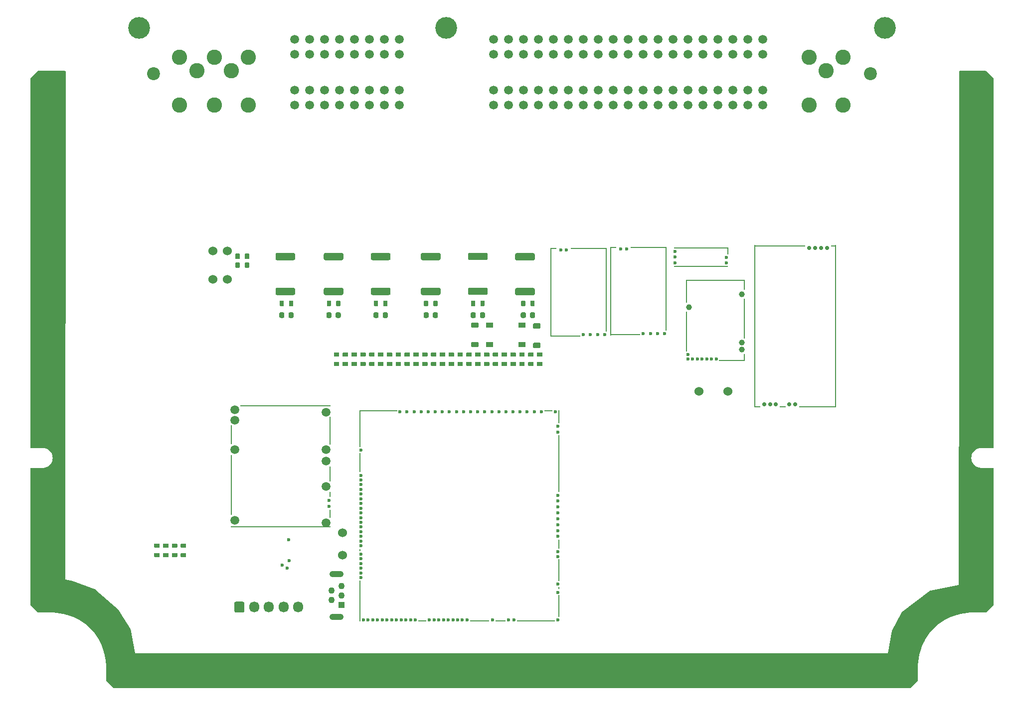
<source format=gbl>
G04 #@! TF.GenerationSoftware,KiCad,Pcbnew,8.0.8*
G04 #@! TF.CreationDate,2025-12-10T17:25:35-05:00*
G04 #@! TF.ProjectId,hellen121vag,68656c6c-656e-4313-9231-7661672e6b69,d*
G04 #@! TF.SameCoordinates,PX2b953a0PY6943058*
G04 #@! TF.FileFunction,Copper,L4,Bot*
G04 #@! TF.FilePolarity,Positive*
%FSLAX46Y46*%
G04 Gerber Fmt 4.6, Leading zero omitted, Abs format (unit mm)*
G04 Created by KiCad (PCBNEW 8.0.8) date 2025-12-10 17:25:35*
%MOMM*%
%LPD*%
G01*
G04 APERTURE LIST*
G04 #@! TA.AperFunction,ComponentPad*
%ADD10C,3.700000*%
G04 #@! TD*
G04 #@! TA.AperFunction,ComponentPad*
%ADD11C,2.200000*%
G04 #@! TD*
G04 #@! TA.AperFunction,ComponentPad*
%ADD12C,2.600000*%
G04 #@! TD*
G04 #@! TA.AperFunction,ComponentPad*
%ADD13C,1.500000*%
G04 #@! TD*
G04 #@! TA.AperFunction,ComponentPad*
%ADD14C,0.600000*%
G04 #@! TD*
G04 #@! TA.AperFunction,SMDPad,CuDef*
%ADD15O,0.200000X3.300000*%
G04 #@! TD*
G04 #@! TA.AperFunction,SMDPad,CuDef*
%ADD16O,0.200000X10.200000*%
G04 #@! TD*
G04 #@! TA.AperFunction,SMDPad,CuDef*
%ADD17O,0.200000X0.300000*%
G04 #@! TD*
G04 #@! TA.AperFunction,SMDPad,CuDef*
%ADD18O,17.000000X0.200000*%
G04 #@! TD*
G04 #@! TA.AperFunction,SMDPad,CuDef*
%ADD19O,15.400000X0.200000*%
G04 #@! TD*
G04 #@! TA.AperFunction,SMDPad,CuDef*
%ADD20O,0.200000X4.800000*%
G04 #@! TD*
G04 #@! TA.AperFunction,SMDPad,CuDef*
%ADD21O,0.200000X2.600000*%
G04 #@! TD*
G04 #@! TA.AperFunction,SMDPad,CuDef*
%ADD22O,0.200000X1.000000*%
G04 #@! TD*
G04 #@! TA.AperFunction,SMDPad,CuDef*
%ADD23O,0.200000X1.500000*%
G04 #@! TD*
G04 #@! TA.AperFunction,SMDPad,CuDef*
%ADD24O,0.200000X1.225000*%
G04 #@! TD*
G04 #@! TA.AperFunction,SMDPad,CuDef*
%ADD25O,9.300000X0.200000*%
G04 #@! TD*
G04 #@! TA.AperFunction,SMDPad,CuDef*
%ADD26R,6.185000X0.250000*%
G04 #@! TD*
G04 #@! TA.AperFunction,SMDPad,CuDef*
%ADD27R,1.115000X0.250000*%
G04 #@! TD*
G04 #@! TA.AperFunction,SMDPad,CuDef*
%ADD28R,0.250000X14.275000*%
G04 #@! TD*
G04 #@! TA.AperFunction,SMDPad,CuDef*
%ADD29R,0.250000X15.100000*%
G04 #@! TD*
G04 #@! TA.AperFunction,SMDPad,CuDef*
%ADD30R,5.175000X0.250000*%
G04 #@! TD*
G04 #@! TA.AperFunction,ComponentPad*
%ADD31C,1.524000*%
G04 #@! TD*
G04 #@! TA.AperFunction,ComponentPad*
%ADD32O,1.700000X1.850000*%
G04 #@! TD*
G04 #@! TA.AperFunction,SMDPad,CuDef*
%ADD33R,0.200000X3.700000*%
G04 #@! TD*
G04 #@! TA.AperFunction,SMDPad,CuDef*
%ADD34R,0.200000X0.400000*%
G04 #@! TD*
G04 #@! TA.AperFunction,SMDPad,CuDef*
%ADD35R,0.200000X1.600000*%
G04 #@! TD*
G04 #@! TA.AperFunction,SMDPad,CuDef*
%ADD36R,0.200000X9.700000*%
G04 #@! TD*
G04 #@! TA.AperFunction,SMDPad,CuDef*
%ADD37R,0.200000X2.300000*%
G04 #@! TD*
G04 #@! TA.AperFunction,SMDPad,CuDef*
%ADD38R,1.400000X0.200000*%
G04 #@! TD*
G04 #@! TA.AperFunction,SMDPad,CuDef*
%ADD39R,6.400000X0.200000*%
G04 #@! TD*
G04 #@! TA.AperFunction,SMDPad,CuDef*
%ADD40R,1.700000X0.200000*%
G04 #@! TD*
G04 #@! TA.AperFunction,SMDPad,CuDef*
%ADD41R,3.300000X0.200000*%
G04 #@! TD*
G04 #@! TA.AperFunction,SMDPad,CuDef*
%ADD42R,0.200000X7.000000*%
G04 #@! TD*
G04 #@! TA.AperFunction,SMDPad,CuDef*
%ADD43R,0.200000X3.300000*%
G04 #@! TD*
G04 #@! TA.AperFunction,SMDPad,CuDef*
%ADD44R,0.200000X6.300000*%
G04 #@! TD*
G04 #@! TA.AperFunction,SMDPad,CuDef*
%ADD45R,4.400000X0.200000*%
G04 #@! TD*
G04 #@! TA.AperFunction,SMDPad,CuDef*
%ADD46R,0.200000X1.200000*%
G04 #@! TD*
G04 #@! TA.AperFunction,SMDPad,CuDef*
%ADD47R,0.200000X6.800000*%
G04 #@! TD*
G04 #@! TA.AperFunction,SMDPad,CuDef*
%ADD48R,0.200000X4.000000*%
G04 #@! TD*
G04 #@! TA.AperFunction,SMDPad,CuDef*
%ADD49R,0.200000X1.800000*%
G04 #@! TD*
G04 #@! TA.AperFunction,SMDPad,CuDef*
%ADD50R,10.000000X0.200000*%
G04 #@! TD*
G04 #@! TA.AperFunction,ComponentPad*
%ADD51C,1.000000*%
G04 #@! TD*
G04 #@! TA.AperFunction,ComponentPad*
%ADD52C,0.700000*%
G04 #@! TD*
G04 #@! TA.AperFunction,SMDPad,CuDef*
%ADD53R,1.100000X0.250000*%
G04 #@! TD*
G04 #@! TA.AperFunction,SMDPad,CuDef*
%ADD54R,0.980000X0.250000*%
G04 #@! TD*
G04 #@! TA.AperFunction,SMDPad,CuDef*
%ADD55R,6.300000X0.250000*%
G04 #@! TD*
G04 #@! TA.AperFunction,SMDPad,CuDef*
%ADD56R,0.250000X27.600000*%
G04 #@! TD*
G04 #@! TA.AperFunction,SMDPad,CuDef*
%ADD57R,8.750000X0.250000*%
G04 #@! TD*
G04 #@! TA.AperFunction,SMDPad,CuDef*
%ADD58R,0.950000X0.250000*%
G04 #@! TD*
G04 #@! TA.AperFunction,ComponentPad*
%ADD59R,1.100000X1.100000*%
G04 #@! TD*
G04 #@! TA.AperFunction,ComponentPad*
%ADD60C,1.100000*%
G04 #@! TD*
G04 #@! TA.AperFunction,ComponentPad*
%ADD61O,2.400000X1.100000*%
G04 #@! TD*
G04 #@! TA.AperFunction,ComponentPad*
%ADD62C,0.599999*%
G04 #@! TD*
G04 #@! TA.AperFunction,ViaPad*
%ADD63C,2.000000*%
G04 #@! TD*
G04 APERTURE END LIST*
D10*
G04 #@! TO.P,P1,*
G04 #@! TO.N,*
X144952000Y113258000D03*
D11*
X142502000Y105458000D03*
D10*
X70452000Y113258000D03*
D11*
X20702000Y105458000D03*
D10*
X18252000Y113258000D03*
D12*
G04 #@! TO.P,P1,1,1*
G04 #@! TO.N,PIN1*
X137852000Y108258000D03*
G04 #@! TO.P,P1,2,2*
G04 #@! TO.N,PIN2*
X132052000Y108258000D03*
G04 #@! TO.P,P1,3,3*
G04 #@! TO.N,PIN114*
X134952000Y105928000D03*
G04 #@! TO.P,P1,4,4*
G04 #@! TO.N,PIN4*
X137852000Y100128000D03*
G04 #@! TO.P,P1,5,5*
G04 #@! TO.N,PIN5*
X132052000Y100128000D03*
D13*
G04 #@! TO.P,P1,6,6*
G04 #@! TO.N,PIN6*
X78432000Y100128000D03*
G04 #@! TO.P,P1,7,7*
G04 #@! TO.N,PIN7*
X80972000Y100128000D03*
G04 #@! TO.P,P1,8,8*
G04 #@! TO.N,PIN8*
X83512000Y100128000D03*
G04 #@! TO.P,P1,9,9*
G04 #@! TO.N,PIN9*
X86052000Y100128000D03*
G04 #@! TO.P,P1,10,10*
G04 #@! TO.N,PIN10*
X88592000Y100128000D03*
G04 #@! TO.P,P1,11,11*
G04 #@! TO.N,PIN11*
X91132000Y100128000D03*
G04 #@! TO.P,P1,12,12*
G04 #@! TO.N,PIN12*
X93672000Y100128000D03*
G04 #@! TO.P,P1,13,13*
G04 #@! TO.N,PIN13*
X96212000Y100128000D03*
G04 #@! TO.P,P1,14,14*
G04 #@! TO.N,PIN14*
X98752000Y100128000D03*
G04 #@! TO.P,P1,15,15*
G04 #@! TO.N,PIN15*
X101292000Y100128000D03*
G04 #@! TO.P,P1,16,16*
G04 #@! TO.N,PIN16*
X103832000Y100128000D03*
G04 #@! TO.P,P1,17,17*
G04 #@! TO.N,PIN17*
X106372000Y100128000D03*
G04 #@! TO.P,P1,18,18*
G04 #@! TO.N,PIN18*
X108912000Y100128000D03*
G04 #@! TO.P,P1,19,19*
G04 #@! TO.N,PIN19*
X111452000Y100128000D03*
G04 #@! TO.P,P1,20,20*
G04 #@! TO.N,PIN20*
X113992000Y100128000D03*
G04 #@! TO.P,P1,21,21*
G04 #@! TO.N,PIN21*
X116532000Y100128000D03*
G04 #@! TO.P,P1,22,22*
G04 #@! TO.N,PIN22*
X119072000Y100128000D03*
G04 #@! TO.P,P1,23,23*
G04 #@! TO.N,PIN120*
X121612000Y100128000D03*
G04 #@! TO.P,P1,24,24*
X124152000Y100128000D03*
G04 #@! TO.P,P1,25,25*
G04 #@! TO.N,PIN25*
X78432000Y102668000D03*
G04 #@! TO.P,P1,26,26*
G04 #@! TO.N,PIN26*
X80972000Y102668000D03*
G04 #@! TO.P,P1,27,27*
G04 #@! TO.N,PIN27*
X83512000Y102668000D03*
G04 #@! TO.P,P1,28,28*
G04 #@! TO.N,PIN28*
X86052000Y102668000D03*
G04 #@! TO.P,P1,29,29*
G04 #@! TO.N,PIN29*
X88592000Y102668000D03*
G04 #@! TO.P,P1,30,30*
G04 #@! TO.N,PIN30*
X91132000Y102668000D03*
G04 #@! TO.P,P1,31,31*
G04 #@! TO.N,PIN31*
X93672000Y102668000D03*
G04 #@! TO.P,P1,32,32*
G04 #@! TO.N,PIN32*
X96212000Y102668000D03*
G04 #@! TO.P,P1,33,33*
G04 #@! TO.N,PIN33*
X98752000Y102668000D03*
G04 #@! TO.P,P1,34,34*
G04 #@! TO.N,PIN34*
X101292000Y102668000D03*
G04 #@! TO.P,P1,35,35*
G04 #@! TO.N,PIN35*
X103832000Y102668000D03*
G04 #@! TO.P,P1,36,36*
G04 #@! TO.N,PIN36*
X106372000Y102668000D03*
G04 #@! TO.P,P1,37,37*
G04 #@! TO.N,PIN37*
X108912000Y102668000D03*
G04 #@! TO.P,P1,38,38*
G04 #@! TO.N,PIN38*
X111452000Y102668000D03*
G04 #@! TO.P,P1,39,39*
G04 #@! TO.N,PIN39*
X113992000Y102668000D03*
G04 #@! TO.P,P1,40,40*
G04 #@! TO.N,PIN40*
X116532000Y102668000D03*
G04 #@! TO.P,P1,41,41*
G04 #@! TO.N,PIN41*
X119072000Y102668000D03*
G04 #@! TO.P,P1,42,42*
G04 #@! TO.N,PIN42*
X121612000Y102668000D03*
G04 #@! TO.P,P1,43,43*
G04 #@! TO.N,PIN43*
X124152000Y102668000D03*
G04 #@! TO.P,P1,44,44*
G04 #@! TO.N,PIN44*
X78432000Y108718000D03*
G04 #@! TO.P,P1,45,45*
G04 #@! TO.N,PIN45*
X80972000Y108718000D03*
G04 #@! TO.P,P1,46,46*
G04 #@! TO.N,PIN46*
X83512000Y108718000D03*
G04 #@! TO.P,P1,47,47*
G04 #@! TO.N,PIN47*
X86052000Y108718000D03*
G04 #@! TO.P,P1,48,48*
G04 #@! TO.N,PIN48*
X88592000Y108718000D03*
G04 #@! TO.P,P1,49,49*
G04 #@! TO.N,PIN49*
X91132000Y108718000D03*
G04 #@! TO.P,P1,50,50*
G04 #@! TO.N,PIN50*
X93672000Y108718000D03*
G04 #@! TO.P,P1,51,51*
G04 #@! TO.N,PIN51*
X96212000Y108718000D03*
G04 #@! TO.P,P1,52,52*
G04 #@! TO.N,PIN113*
X98752000Y108718000D03*
G04 #@! TO.P,P1,53,53*
X101292000Y108718000D03*
G04 #@! TO.P,P1,54,54*
X103832000Y108718000D03*
G04 #@! TO.P,P1,55,55*
X106372000Y108718000D03*
G04 #@! TO.P,P1,56,56*
X108912000Y108718000D03*
G04 #@! TO.P,P1,57,57*
X111452000Y108718000D03*
G04 #@! TO.P,P1,58,58*
X113992000Y108718000D03*
G04 #@! TO.P,P1,59,59*
X116532000Y108718000D03*
G04 #@! TO.P,P1,60,60*
X119072000Y108718000D03*
G04 #@! TO.P,P1,61,61*
X121612000Y108718000D03*
G04 #@! TO.P,P1,62,62*
X124152000Y108718000D03*
G04 #@! TO.P,P1,63,63*
G04 #@! TO.N,PIN63*
X78432000Y111258000D03*
G04 #@! TO.P,P1,64,64*
G04 #@! TO.N,PIN113*
X80972000Y111258000D03*
G04 #@! TO.P,P1,65,65*
G04 #@! TO.N,PIN65*
X83512000Y111258000D03*
G04 #@! TO.P,P1,66,66*
G04 #@! TO.N,PIN113*
X86052000Y111258000D03*
G04 #@! TO.P,P1,67,67*
G04 #@! TO.N,PIN67*
X88592000Y111258000D03*
G04 #@! TO.P,P1,68,68*
G04 #@! TO.N,PIN113*
X91132000Y111258000D03*
G04 #@! TO.P,P1,69,69*
G04 #@! TO.N,PIN69*
X93672000Y111258000D03*
G04 #@! TO.P,P1,70,70*
G04 #@! TO.N,PIN70*
X96212000Y111258000D03*
G04 #@! TO.P,P1,71,71*
G04 #@! TO.N,PIN106*
X98752000Y111258000D03*
G04 #@! TO.P,P1,72,72*
X101292000Y111258000D03*
G04 #@! TO.P,P1,73,73*
X103832000Y111258000D03*
G04 #@! TO.P,P1,74,74*
X106372000Y111258000D03*
G04 #@! TO.P,P1,75,75*
X108912000Y111258000D03*
G04 #@! TO.P,P1,76,76*
X111452000Y111258000D03*
G04 #@! TO.P,P1,77,77*
X113992000Y111258000D03*
G04 #@! TO.P,P1,78,78*
X116532000Y111258000D03*
G04 #@! TO.P,P1,79,79*
X119072000Y111258000D03*
G04 #@! TO.P,P1,80,80*
X121612000Y111258000D03*
G04 #@! TO.P,P1,81,81*
G04 #@! TO.N,PIN81*
X124152000Y111258000D03*
G04 #@! TO.P,P1,82,82*
G04 #@! TO.N,PIN82*
X62462000Y111258000D03*
G04 #@! TO.P,P1,83,83*
G04 #@! TO.N,PIN83*
X59922000Y111258000D03*
G04 #@! TO.P,P1,84,84*
G04 #@! TO.N,PIN84*
X57382000Y111258000D03*
G04 #@! TO.P,P1,85,85*
G04 #@! TO.N,PIN85*
X54842000Y111258000D03*
G04 #@! TO.P,P1,86,86*
G04 #@! TO.N,PIN86*
X52302000Y111258000D03*
G04 #@! TO.P,P1,87,87*
G04 #@! TO.N,PIN87*
X49762000Y111258000D03*
G04 #@! TO.P,P1,88,88*
G04 #@! TO.N,PIN88*
X47222000Y111258000D03*
G04 #@! TO.P,P1,89,89*
G04 #@! TO.N,PIN89*
X44682000Y111258000D03*
G04 #@! TO.P,P1,90,90*
G04 #@! TO.N,PIN90*
X62462000Y108718000D03*
G04 #@! TO.P,P1,91,91*
G04 #@! TO.N,PIN91*
X59922000Y108718000D03*
G04 #@! TO.P,P1,92,92*
G04 #@! TO.N,PIN92*
X57382000Y108718000D03*
G04 #@! TO.P,P1,93,93*
G04 #@! TO.N,PIN93*
X54842000Y108718000D03*
G04 #@! TO.P,P1,94,94*
G04 #@! TO.N,PIN94*
X52302000Y108718000D03*
G04 #@! TO.P,P1,95,95*
G04 #@! TO.N,PIN95*
X49762000Y108718000D03*
G04 #@! TO.P,P1,96,96*
G04 #@! TO.N,PIN96*
X47222000Y108718000D03*
G04 #@! TO.P,P1,97,97*
G04 #@! TO.N,PIN97*
X44682000Y108718000D03*
G04 #@! TO.P,P1,98,98*
G04 #@! TO.N,PIN113*
X62462000Y102668000D03*
G04 #@! TO.P,P1,99,99*
X59922000Y102668000D03*
G04 #@! TO.P,P1,100,100*
G04 #@! TO.N,PIN100*
X57382000Y102668000D03*
G04 #@! TO.P,P1,101,101*
G04 #@! TO.N,PIN101*
X54842000Y102668000D03*
G04 #@! TO.P,P1,102,102*
G04 #@! TO.N,PIN102*
X52302000Y102668000D03*
G04 #@! TO.P,P1,103,103*
G04 #@! TO.N,PIN103*
X49762000Y102668000D03*
G04 #@! TO.P,P1,104,104*
G04 #@! TO.N,PIN104*
X47222000Y102668000D03*
G04 #@! TO.P,P1,105,105*
G04 #@! TO.N,PIN105*
X44682000Y102668000D03*
G04 #@! TO.P,P1,106,106*
G04 #@! TO.N,PIN106*
X62462000Y100128000D03*
G04 #@! TO.P,P1,107,107*
X59922000Y100128000D03*
G04 #@! TO.P,P1,108,108*
G04 #@! TO.N,PIN108*
X57382000Y100128000D03*
G04 #@! TO.P,P1,109,109*
G04 #@! TO.N,PIN109*
X54842000Y100128000D03*
G04 #@! TO.P,P1,110,110*
G04 #@! TO.N,PIN110*
X52302000Y100128000D03*
G04 #@! TO.P,P1,111,111*
G04 #@! TO.N,PIN111*
X49762000Y100128000D03*
G04 #@! TO.P,P1,112,112*
G04 #@! TO.N,PIN112*
X47222000Y100128000D03*
G04 #@! TO.P,P1,113,113*
G04 #@! TO.N,PIN113*
X44682000Y100128000D03*
D12*
G04 #@! TO.P,P1,114,114*
G04 #@! TO.N,PIN114*
X36852000Y108258000D03*
G04 #@! TO.P,P1,115,115*
X31052000Y108258000D03*
G04 #@! TO.P,P1,116,116*
G04 #@! TO.N,PIN116*
X25152000Y108258000D03*
G04 #@! TO.P,P1,117,117*
G04 #@! TO.N,PIN117*
X33952000Y105928000D03*
G04 #@! TO.P,P1,118,118*
G04 #@! TO.N,PIN118*
X28052000Y105928000D03*
G04 #@! TO.P,P1,119,119*
G04 #@! TO.N,PIN119*
X36852000Y100128000D03*
G04 #@! TO.P,P1,120,120*
G04 #@! TO.N,PIN120*
X31052000Y100128000D03*
G04 #@! TO.P,P1,121,121*
G04 #@! TO.N,PIN121*
X25152000Y100128000D03*
G04 #@! TD*
D13*
G04 #@! TO.P,M1,E1,VBAT*
G04 #@! TO.N,/VBAT*
X50049998Y47874997D03*
G04 #@! TO.P,M1,E2,V12*
G04 #@! TO.N,unconnected-(M1-V12-PadE2)*
X50049998Y41475000D03*
G04 #@! TO.P,M1,E3,VIGN*
G04 #@! TO.N,/VIGN*
X50049998Y39574997D03*
G04 #@! TO.P,M1,E4,V5*
G04 #@! TO.N,+5V*
X50049998Y35274997D03*
D14*
G04 #@! TO.P,M1,E5,EN_5VP*
G04 #@! TO.N,/PWR_EN*
X50499997Y32875000D03*
G04 #@! TO.P,M1,E6,PG_5VP*
G04 #@! TO.N,Net-(M1-PG_5VP)*
X50499997Y31874999D03*
D15*
G04 #@! TO.P,M1,S1,GND*
G04 #@! TO.N,PIN114*
X33900002Y44024997D03*
D16*
X33900002Y35524999D03*
D17*
X33900002Y28424997D03*
D18*
X42300000Y28374997D03*
D19*
X43100001Y48974997D03*
D13*
X50049998Y29024997D03*
D17*
X50699999Y48924997D03*
D20*
X50699999Y44724999D03*
D21*
X50699999Y37374997D03*
D22*
X50699999Y33875000D03*
D23*
X50699999Y30574999D03*
D13*
G04 #@! TO.P,M1,V1,V12_PERM*
G04 #@! TO.N,PIN116*
X34550001Y48324999D03*
G04 #@! TO.P,M1,V2,IN_VIGN*
G04 #@! TO.N,/IN_VIGN*
X34550001Y46475000D03*
G04 #@! TO.P,M1,V3,V12_RAW*
G04 #@! TO.N,PIN117*
X34550001Y41524997D03*
G04 #@! TO.P,M1,V4,5VP*
G04 #@! TO.N,PIN106*
X34550001Y29474999D03*
G04 #@! TD*
D14*
G04 #@! TO.P,M2,E1,V5A*
G04 #@! TO.N,+5VA*
X109325000Y73300001D03*
D24*
G04 #@! TO.P,M2,E2,GND*
G04 #@! TO.N,PIN114*
X118225000Y75275001D03*
D25*
X113675000Y72700001D03*
X113675000Y75800001D03*
D14*
X109325000Y74250001D03*
G04 #@! TO.P,M2,E3,OUT_KNOCK*
G04 #@! TO.N,/IN_KNOCK*
X109325000Y75199999D03*
G04 #@! TO.P,M2,W1,IN_KNOCK*
G04 #@! TO.N,PIN81*
X118025000Y74200001D03*
G04 #@! TO.P,M2,W2,VREF*
G04 #@! TO.N,/VREF1*
X118025000Y73300001D03*
G04 #@! TD*
G04 #@! TO.P,M4,E1,NC*
G04 #@! TO.N,unconnected-(M4-NC-PadE1)*
X105100000Y61237500D03*
G04 #@! TO.P,M4,E2,NC*
G04 #@! TO.N,unconnected-(M4-NC-PadE2)*
X103900000Y61237500D03*
G04 #@! TO.P,M4,E3,OUT*
G04 #@! TO.N,/VR_MAX9924*
X106300000Y61237500D03*
G04 #@! TO.P,M4,E4,V5_IN*
G04 #@! TO.N,+5VA*
X107500000Y61237500D03*
D26*
G04 #@! TO.P,M4,G,GND*
G04 #@! TO.N,PIN114*
X104832500Y75887500D03*
D27*
X98782500Y75887500D03*
D28*
X107800000Y68875000D03*
D29*
X98350000Y68462500D03*
D30*
X100812500Y61037500D03*
D14*
G04 #@! TO.P,M4,W1,VR-*
G04 #@! TO.N,PIN20*
X101040000Y75662500D03*
G04 #@! TO.P,M4,W2,VR+*
G04 #@! TO.N,PIN19*
X100040000Y75662500D03*
G04 #@! TD*
D31*
G04 #@! TO.P,F2,1,1*
G04 #@! TO.N,PIN120*
X33300000Y75325000D03*
G04 #@! TO.P,F2,2,2*
G04 #@! TO.N,PIN117*
X33300000Y70425000D03*
G04 #@! TD*
G04 #@! TO.P,R4,1,1*
G04 #@! TO.N,Net-(M1-PG_5VP)*
X52800000Y27329999D03*
G04 #@! TO.P,R4,2,2*
G04 #@! TO.N,/PG_5VP*
X52800000Y23519999D03*
G04 #@! TD*
G04 #@! TO.P,F3,1,1*
G04 #@! TO.N,PIN120*
X118250000Y51375000D03*
G04 #@! TO.P,F3,2,2*
G04 #@! TO.N,Net-(F3-Pad2)*
X113350000Y51375000D03*
G04 #@! TD*
G04 #@! TO.P,F1,1,1*
G04 #@! TO.N,PIN108*
X30800000Y75325000D03*
G04 #@! TO.P,F1,2,2*
G04 #@! TO.N,/IN_VIGN*
X30800000Y70425000D03*
G04 #@! TD*
G04 #@! TO.P,J21,1,Pin_1*
G04 #@! TO.N,/VBUS*
G04 #@! TA.AperFunction,ComponentPad*
G36*
G01*
X34450000Y14050000D02*
X34450000Y15400000D01*
G75*
G02*
X34700000Y15650000I250000J0D01*
G01*
X35900000Y15650000D01*
G75*
G02*
X36150000Y15400000I0J-250000D01*
G01*
X36150000Y14050000D01*
G75*
G02*
X35900000Y13800000I-250000J0D01*
G01*
X34700000Y13800000D01*
G75*
G02*
X34450000Y14050000I0J250000D01*
G01*
G37*
G04 #@! TD.AperFunction*
D32*
G04 #@! TO.P,J21,2,Pin_2*
G04 #@! TO.N,/USB-*
X37800000Y14725000D03*
G04 #@! TO.P,J21,3,Pin_3*
G04 #@! TO.N,/USB+*
X40300000Y14725000D03*
G04 #@! TO.P,J21,4,Pin_4*
G04 #@! TO.N,PIN114*
X42800000Y14725000D03*
G04 #@! TO.P,J21,5,Pin_5*
X45300000Y14725000D03*
G04 #@! TD*
D14*
G04 #@! TO.P,M6,E1,V5A_SWITCHABLE*
G04 #@! TO.N,+5VA*
X55975005Y41450005D03*
G04 #@! TO.P,M6,E2,GNDA*
G04 #@! TO.N,unconnected-(M6-GNDA-PadE2)*
X55974995Y37150005D03*
G04 #@! TO.P,M6,E3,I2C_SCL_(PB10)*
G04 #@! TO.N,unconnected-(M6-I2C_SCL_(PB10)-PadE3)*
X55974995Y36350015D03*
G04 #@! TO.P,M6,E4,I2C_SDA_(PB11)*
G04 #@! TO.N,unconnected-(M6-I2C_SDA_(PB11)-PadE4)*
X55974995Y35550005D03*
G04 #@! TO.P,M6,E5,IN_VIGN_(PA5)*
G04 #@! TO.N,/VIGN*
X55974995Y34750005D03*
G04 #@! TO.P,M6,E6,SPI2_CS_/_CAN2_RX_(PB12)*
G04 #@! TO.N,E6INJ7CANRX*
X55974995Y33950005D03*
G04 #@! TO.P,M6,E7,SPI2_SCK_/_CAN2_TX_(PB13)*
G04 #@! TO.N,E7INJ8CANTX*
X55974995Y33150005D03*
G04 #@! TO.P,M6,E8,SPI2_MISO_(PB14)*
G04 #@! TO.N,DC1_DIS_W1*
X55974995Y32350005D03*
G04 #@! TO.P,M6,E9,SPI2_MOSI_(PB15)*
G04 #@! TO.N,/DC2_DIR*
X55974995Y31550005D03*
G04 #@! TO.P,M6,E10,OUT_INJ8_(PD12)*
G04 #@! TO.N,/LS2*
X55974995Y30750005D03*
G04 #@! TO.P,M6,E11,OUT_INJ7_(PD15)*
G04 #@! TO.N,/LS1*
X55974995Y29950005D03*
G04 #@! TO.P,M6,E12,OUT_INJ6_(PA8)*
G04 #@! TO.N,/INJ6*
X55974995Y29150005D03*
G04 #@! TO.P,M6,E13,OUT_INJ5_(PD2)*
G04 #@! TO.N,/INJ5*
X55974995Y28350005D03*
G04 #@! TO.P,M6,E14,OUT_INJ4_(PD10)*
G04 #@! TO.N,/INJ4*
X55974995Y27550005D03*
G04 #@! TO.P,M6,E15,OUT_INJ3_(PD11)*
G04 #@! TO.N,/INJ3*
X55974995Y26750005D03*
G04 #@! TO.P,M6,E16,OUT_INJ2_(PA9)*
G04 #@! TO.N,/INJ2*
X55975005Y25950015D03*
G04 #@! TO.P,M6,E17,OUT_INJ1_(PD3)*
G04 #@! TO.N,/INJ1*
X55974995Y25150005D03*
G04 #@! TO.P,M6,E18,OUT_PWM1_(PD13)*
G04 #@! TO.N,/LS3*
X55974995Y23750005D03*
G04 #@! TO.P,M6,E19,OUT_PWM2_(PC6)*
G04 #@! TO.N,/LS4*
X55974995Y22950015D03*
G04 #@! TO.P,M6,E20,OUT_PWM3_(PC7)*
G04 #@! TO.N,/DC1_PWM*
X55974995Y22150015D03*
G04 #@! TO.P,M6,E21,OUT_PWM4_(PC8)*
G04 #@! TO.N,/DC1_DIR*
X55974995Y21350015D03*
G04 #@! TO.P,M6,E22,OUT_PWM5_(PC9)*
G04 #@! TO.N,/DC2_PWM*
X55974995Y20550015D03*
G04 #@! TO.P,M6,E23,OUT_PWM6_(PD14)*
G04 #@! TO.N,/VR_DISCRETE_THR*
X55974995Y19750005D03*
D33*
G04 #@! TO.P,M6,G,GND*
G04 #@! TO.N,PIN114*
X89575005Y14900015D03*
D34*
X89575005Y17950005D03*
D33*
X89575005Y21000015D03*
D35*
X89575005Y25450005D03*
D36*
X89575005Y39100005D03*
D37*
X89575005Y47100005D03*
D38*
X87774995Y48150015D03*
D39*
X85675005Y12350015D03*
D40*
X79625005Y12350015D03*
D41*
X76125005Y12350015D03*
D38*
X66375005Y12350015D03*
D39*
X58875005Y48150015D03*
D42*
X55774995Y15749995D03*
D34*
X55774995Y24450015D03*
D43*
X55774995Y39300015D03*
D44*
X55774995Y45100015D03*
D14*
G04 #@! TO.P,M6,N1,VBUS*
G04 #@! TO.N,/VBUS*
X56374995Y12550005D03*
G04 #@! TO.P,M6,N2,USBM_(PA11)*
G04 #@! TO.N,/USB-*
X57174995Y12550005D03*
G04 #@! TO.P,M6,N3,USBP_(PA12)*
G04 #@! TO.N,/USB+*
X57974995Y12550005D03*
G04 #@! TO.P,M6,N4,USBID_(PA10)*
G04 #@! TO.N,/DC2_DIS*
X58775005Y12550005D03*
G04 #@! TO.P,M6,N5,SWDIO_(PA13)*
G04 #@! TO.N,unconnected-(M6-SWDIO_(PA13)-PadN5)*
X59574995Y12550005D03*
G04 #@! TO.P,M6,N6,SWCLK_(PA14)*
G04 #@! TO.N,unconnected-(M6-SWCLK_(PA14)-PadN6)*
X60374995Y12550005D03*
G04 #@! TO.P,M6,N7,nReset*
G04 #@! TO.N,unconnected-(M6-nReset-PadN7)*
X61174995Y12550005D03*
G04 #@! TO.P,M6,N8,SWO_(PB3)*
G04 #@! TO.N,unconnected-(M6-SWO_(PB3)-PadN8)*
X61975005Y12550005D03*
G04 #@! TO.P,M6,N9,SPI3_CS_(PA15)*
G04 #@! TO.N,/EGT/SPI_CS*
X62774995Y12550015D03*
G04 #@! TO.P,M6,N10,SPI3_SCK_(PC10)*
G04 #@! TO.N,/SCK3*
X63574995Y12550015D03*
G04 #@! TO.P,M6,N11,SPI3_MISO_(PC11)*
G04 #@! TO.N,/MISO3*
X64374995Y12550015D03*
G04 #@! TO.P,M6,N12,SPI3_MOSI_(PC12)*
G04 #@! TO.N,/PG_5VP*
X65174995Y12550015D03*
G04 #@! TO.P,M6,N13,UART2_TX_(PD5)*
G04 #@! TO.N,PIN7*
X67575005Y12550015D03*
G04 #@! TO.P,M6,N14,UART2_RX_(PD6)*
G04 #@! TO.N,PIN6*
X68375005Y12550015D03*
G04 #@! TO.P,M6,N14a,LED_GREEN*
G04 #@! TO.N,Net-(M6-LED_GREEN)*
X69174995Y12550005D03*
G04 #@! TO.P,M6,N14b,LED_YELLOW*
G04 #@! TO.N,unconnected-(M6-LED_YELLOW-PadN14b)*
X69975005Y12550005D03*
G04 #@! TO.P,M6,N15,V33_SWITCHABLE*
G04 #@! TO.N,+3.3VA*
X70775005Y12550005D03*
G04 #@! TO.P,M6,N16,BOOT0*
G04 #@! TO.N,unconnected-(M6-BOOT0-PadN16)*
X71575005Y12550005D03*
G04 #@! TO.P,M6,N17,VBAT*
G04 #@! TO.N,/VBAT*
X72375005Y12550005D03*
G04 #@! TO.P,M6,N18,UART8_RX_(PE0)*
G04 #@! TO.N,/VR_DISCRETE*
X73175005Y12550015D03*
G04 #@! TO.P,M6,N19,UART8_TX_(PE1)*
G04 #@! TO.N,/VR_MAX9924*
X73975005Y12550015D03*
G04 #@! TO.P,M6,N20,OUT_PWR_EN_(PE10)*
G04 #@! TO.N,/PWR_EN*
X78275005Y12550015D03*
G04 #@! TO.P,M6,N21,V33*
G04 #@! TO.N,+3.3V*
X80975005Y12550015D03*
G04 #@! TO.P,M6,N22,VCC*
G04 #@! TO.N,+5V*
X81974995Y12550015D03*
G04 #@! TO.P,M6,N23,V33*
G04 #@! TO.N,unconnected-(M6-V33-PadN23)*
X89375005Y12550015D03*
G04 #@! TO.P,M6,S1,IN_D4_(PE15)*
G04 #@! TO.N,PIN89*
X62574985Y47950015D03*
G04 #@! TO.P,M6,S2,IN_D3_(PE14)*
G04 #@! TO.N,PIN34*
X63774995Y47950015D03*
G04 #@! TO.P,M6,S3,IN_D2_(PE13)*
G04 #@! TO.N,PIN35*
X64974995Y47950015D03*
G04 #@! TO.P,M6,S4,IN_D1_(PE12)*
G04 #@! TO.N,PIN36*
X66174995Y47950015D03*
G04 #@! TO.P,M6,S5,VREF2*
G04 #@! TO.N,unconnected-(M6-VREF2-PadS5)*
X67374995Y47950015D03*
G04 #@! TO.P,M6,S6,IN_AUX4_(PC5)*
G04 #@! TO.N,/IN_VMAIN*
X68574995Y47950015D03*
G04 #@! TO.P,M6,S7,IN_AUX3_(PA7)*
G04 #@! TO.N,/IN_AUX3*
X69774995Y47950015D03*
G04 #@! TO.P,M6,S8,IN_AUX2_(PC4/PE9)*
G04 #@! TO.N,PIN91*
X70974995Y47950015D03*
G04 #@! TO.P,M6,S9,IN_AUX1_(PB0)*
G04 #@! TO.N,PIN39*
X72174995Y47950015D03*
G04 #@! TO.P,M6,S10,IN_O2S2_(PA1)*
G04 #@! TO.N,PIN41*
X73374995Y47950015D03*
G04 #@! TO.P,M6,S11,IN_O2S_/_CAN_WAKEUP_(PA0)*
G04 #@! TO.N,PIN40*
X74574995Y47950015D03*
G04 #@! TO.P,M6,S12,IN_MAP2_(PC1)*
G04 #@! TO.N,/INTERNAL_MAP*
X75774995Y47950015D03*
G04 #@! TO.P,M6,S13,IN_MAP1_(PC0)*
G04 #@! TO.N,PIN37*
X76974995Y47950015D03*
G04 #@! TO.P,M6,S14,IN_CRANK_(PB1)*
G04 #@! TO.N,PIN84*
X78174995Y47950015D03*
G04 #@! TO.P,M6,S15,IN_KNOCK_(PA2)*
G04 #@! TO.N,/ADC3*
X79374995Y47950015D03*
G04 #@! TO.P,M6,S16,IN_CAM_(PA6)*
G04 #@! TO.N,PIN85*
X80574995Y47950015D03*
G04 #@! TO.P,M6,S17,IN_VSS_(PE11)*
G04 #@! TO.N,PIN42*
X81774995Y47950015D03*
G04 #@! TO.P,M6,S18,IN_TPS_(PA4)*
G04 #@! TO.N,PIN38*
X82975005Y47950015D03*
G04 #@! TO.P,M6,S19,IN_PPS_(PA3)*
G04 #@! TO.N,PIN90*
X84175005Y47950015D03*
G04 #@! TO.P,M6,S20,IN_IAT_(PC3)*
G04 #@! TO.N,PIN63*
X85375005Y47950015D03*
G04 #@! TO.P,M6,S21,IN_CLT_(PC2)*
G04 #@! TO.N,PIN65*
X86575005Y47950015D03*
G04 #@! TO.P,M6,S22,VREF1*
G04 #@! TO.N,/VREF1*
X88975005Y47950015D03*
G04 #@! TO.P,M6,W1,GNDA*
G04 #@! TO.N,PIN113*
X89375005Y45450005D03*
G04 #@! TO.P,M6,W2,V5A_SWITCHABLE*
G04 #@! TO.N,+5VA*
X89375005Y44450005D03*
G04 #@! TO.P,M6,W3,IGN8_(PE6)*
G04 #@! TO.N,/LS_HOT2*
X89375005Y33750015D03*
G04 #@! TO.P,M6,W4,IGN7_(PB9)*
G04 #@! TO.N,/LS_HOT1*
X89375005Y32750005D03*
G04 #@! TO.P,M6,W5,IGN6_(PB8)*
G04 #@! TO.N,/IGN6*
X89375005Y31750015D03*
G04 #@! TO.P,M6,W6,IGN5_(PE2)*
G04 #@! TO.N,/IGN5*
X89375005Y30750015D03*
G04 #@! TO.P,M6,W7,IGN4_(PE3)*
G04 #@! TO.N,/IGN4*
X89375005Y29750015D03*
G04 #@! TO.P,M6,W8,IGN3_(PE4)*
G04 #@! TO.N,/IGN3*
X89375005Y28750015D03*
G04 #@! TO.P,M6,W9,IGN2_(PE5)*
G04 #@! TO.N,/IGN2*
X89375005Y27750015D03*
G04 #@! TO.P,M6,W10,IGN1_(PC13)*
G04 #@! TO.N,/IGN1*
X89375005Y26750015D03*
G04 #@! TO.P,M6,W11,CANH*
G04 #@! TO.N,PIN82*
X89375005Y24150015D03*
G04 #@! TO.P,M6,W12,CANL*
G04 #@! TO.N,PIN83*
X89375005Y23350015D03*
G04 #@! TO.P,M6,W13,V33_REF*
G04 #@! TO.N,unconnected-(M6-V33_REF-PadW13)*
X89375005Y18650005D03*
G04 #@! TO.P,M6,W14,V5A_SWITCHABLE*
G04 #@! TO.N,unconnected-(M6-V5A_SWITCHABLE-PadW14)*
X89375005Y17250015D03*
G04 #@! TD*
D45*
G04 #@! TO.P,M8,G,GND*
G04 #@! TO.N,PIN114*
X118975000Y56700000D03*
D46*
X121075000Y57200000D03*
D47*
X111275000Y61600000D03*
X121075000Y63800000D03*
D48*
X111275000Y68400000D03*
D49*
X121075000Y69500000D03*
D50*
X116175000Y70300000D03*
D14*
G04 #@! TO.P,M8,N1,MOSI*
G04 #@! TO.N,unconnected-(M8-MOSI-PadN1)*
X111475000Y57700000D03*
D51*
G04 #@! TO.P,M8,N2,12V_IN*
G04 #@! TO.N,Net-(F3-Pad2)*
X111675000Y65700000D03*
G04 #@! TO.P,M8,S1,12V_IN*
X120675000Y58500000D03*
G04 #@! TO.P,M8,S2,OUT-*
G04 #@! TO.N,PIN2*
X120675000Y59700000D03*
G04 #@! TO.P,M8,S3,OUT+*
G04 #@! TO.N,PIN1*
X120675000Y67900000D03*
D14*
G04 #@! TO.P,M8,W1,DIS*
G04 #@! TO.N,DC1_DIS_W1*
X111475000Y56900000D03*
G04 #@! TO.P,M8,W2,PWM*
G04 #@! TO.N,/DC1_PWM*
X112275000Y56900000D03*
G04 #@! TO.P,M8,W3,SCLK*
G04 #@! TO.N,unconnected-(M8-SCLK-PadW3)*
X113075000Y56900000D03*
G04 #@! TO.P,M8,W4,DIR*
G04 #@! TO.N,/DC1_DIR*
X113875000Y56900000D03*
G04 #@! TO.P,M8,W5,3V3_IN*
G04 #@! TO.N,+3.3V*
X114675000Y56900000D03*
G04 #@! TO.P,M8,W6,MISO*
G04 #@! TO.N,unconnected-(M8-MISO-PadW6)*
X115475000Y56900000D03*
G04 #@! TO.P,M8,W7,~CS*
G04 #@! TO.N,unconnected-(M8-~CS-PadW7)*
X116275000Y56900000D03*
G04 #@! TD*
G04 #@! TO.P,M3,E1,Thresh_IN*
G04 #@! TO.N,/VR_DISCRETE_THR*
X94925000Y61050000D03*
G04 #@! TO.P,M3,E2,OUT_A*
G04 #@! TO.N,/VR_DISCRETE_A*
X93725000Y61050000D03*
G04 #@! TO.P,M3,E3,OUT*
G04 #@! TO.N,/VR_DISCRETE*
X96125000Y61050000D03*
G04 #@! TO.P,M3,E4,V5_IN*
G04 #@! TO.N,+5VA*
X97325000Y61050000D03*
D26*
G04 #@! TO.P,M3,G,GND*
G04 #@! TO.N,PIN114*
X94657500Y75700000D03*
D27*
X88607500Y75700000D03*
D28*
X97625000Y68687500D03*
D29*
X88175000Y68275000D03*
D30*
X90637500Y60850000D03*
D14*
G04 #@! TO.P,M3,W1,VR-*
G04 #@! TO.N,PIN18*
X90865000Y75475000D03*
G04 #@! TO.P,M3,W2,VR+*
G04 #@! TO.N,PIN17*
X89865000Y75475000D03*
G04 #@! TD*
D52*
G04 #@! TO.P,M5,E1,LSU_Un*
G04 #@! TO.N,PIN105*
X135075000Y75800000D03*
G04 #@! TO.P,M5,E2,LSU_Vm*
G04 #@! TO.N,PIN104*
X132075000Y75800000D03*
G04 #@! TO.P,M5,E3,LSU_Ip*
G04 #@! TO.N,PIN103*
X133075000Y75800000D03*
G04 #@! TO.P,M5,E4,LSU_Rtrim*
G04 #@! TO.N,PIN102*
X134075000Y75800000D03*
D53*
G04 #@! TO.P,M5,G,GND*
G04 #@! TO.N,PIN114*
X123225000Y48825000D03*
D54*
X127565000Y48825000D03*
D55*
X133525000Y48825000D03*
D56*
X122800000Y62500000D03*
X136550000Y62500000D03*
D57*
X127050000Y76175000D03*
D58*
X136200000Y76175000D03*
D52*
G04 #@! TO.P,M5,W1,V5_IN*
G04 #@! TO.N,+5VA*
X125425000Y49208800D03*
G04 #@! TO.P,M5,W2,CAN_VIO*
G04 #@! TO.N,unconnected-(M5-CAN_VIO-PadW2)*
X126425000Y49208800D03*
G04 #@! TO.P,M5,W3,CANL*
G04 #@! TO.N,PIN83*
X129721000Y49208800D03*
G04 #@! TO.P,M5,W4,CANH*
G04 #@! TO.N,PIN82*
X128705000Y49208800D03*
G04 #@! TO.P,M5,W9,VDDA*
G04 #@! TO.N,unconnected-(M5-VDDA-PadW9)*
X124425000Y49208800D03*
G04 #@! TD*
D59*
G04 #@! TO.P,J22,1,VBUS*
G04 #@! TO.N,/VBUS*
X52675000Y15125000D03*
D60*
G04 #@! TO.P,J22,2,D-*
G04 #@! TO.N,/USB-*
X50925000Y15925000D03*
G04 #@! TO.P,J22,3,D+*
G04 #@! TO.N,/USB+*
X52675000Y16725000D03*
G04 #@! TO.P,J22,4,ID*
G04 #@! TO.N,unconnected-(J22-ID-Pad4)*
X50925000Y17525000D03*
G04 #@! TO.P,J22,5,GND*
G04 #@! TO.N,PIN114*
X52675000Y18325000D03*
D61*
G04 #@! TO.P,J22,6,Shield*
X51800000Y13075000D03*
X51800000Y20375000D03*
G04 #@! TD*
D62*
G04 #@! TO.P,M7,V1,V5*
G04 #@! TO.N,+5VA*
X43437499Y21331662D03*
G04 #@! TO.P,M7,V2,CAN_VIO*
G04 #@! TO.N,+3.3VA*
X42562497Y21856662D03*
G04 #@! TO.P,M7,V5,CAN_TX*
G04 #@! TO.N,E7INJ8CANTX*
X43737501Y22606660D03*
G04 #@! TO.P,M7,V6,CAN_RX*
G04 #@! TO.N,E6INJ7CANRX*
X43662498Y26156661D03*
G04 #@! TD*
G04 #@! TO.P,R17,1*
G04 #@! TO.N,Net-(Q1-G)*
G04 #@! TA.AperFunction,SMDPad,CuDef*
G36*
G01*
X83150000Y65985000D02*
X83150000Y66765000D01*
G75*
G02*
X83220000Y66835000I70000J0D01*
G01*
X83780000Y66835000D01*
G75*
G02*
X83850000Y66765000I0J-70000D01*
G01*
X83850000Y65985000D01*
G75*
G02*
X83780000Y65915000I-70000J0D01*
G01*
X83220000Y65915000D01*
G75*
G02*
X83150000Y65985000I0J70000D01*
G01*
G37*
G04 #@! TD.AperFunction*
G04 #@! TO.P,R17,2*
G04 #@! TO.N,Net-(F5-Pad1)*
G04 #@! TA.AperFunction,SMDPad,CuDef*
G36*
G01*
X84750000Y65985000D02*
X84750000Y66765000D01*
G75*
G02*
X84820000Y66835000I70000J0D01*
G01*
X85380000Y66835000D01*
G75*
G02*
X85450000Y66765000I0J-70000D01*
G01*
X85450000Y65985000D01*
G75*
G02*
X85380000Y65915000I-70000J0D01*
G01*
X84820000Y65915000D01*
G75*
G02*
X84750000Y65985000I0J70000D01*
G01*
G37*
G04 #@! TD.AperFunction*
G04 #@! TD*
G04 #@! TO.P,R38,1*
G04 #@! TO.N,/LS2*
G04 #@! TA.AperFunction,SMDPad,CuDef*
G36*
G01*
X80690000Y55725000D02*
X79910000Y55725000D01*
G75*
G02*
X79840000Y55795000I0J70000D01*
G01*
X79840000Y56355000D01*
G75*
G02*
X79910000Y56425000I70000J0D01*
G01*
X80690000Y56425000D01*
G75*
G02*
X80760000Y56355000I0J-70000D01*
G01*
X80760000Y55795000D01*
G75*
G02*
X80690000Y55725000I-70000J0D01*
G01*
G37*
G04 #@! TD.AperFunction*
G04 #@! TO.P,R38,2*
G04 #@! TO.N,PIN114*
G04 #@! TA.AperFunction,SMDPad,CuDef*
G36*
G01*
X80690000Y57325000D02*
X79910000Y57325000D01*
G75*
G02*
X79840000Y57395000I0J70000D01*
G01*
X79840000Y57955000D01*
G75*
G02*
X79910000Y58025000I70000J0D01*
G01*
X80690000Y58025000D01*
G75*
G02*
X80760000Y57955000I0J-70000D01*
G01*
X80760000Y57395000D01*
G75*
G02*
X80690000Y57325000I-70000J0D01*
G01*
G37*
G04 #@! TD.AperFunction*
G04 #@! TD*
G04 #@! TO.P,R37,1*
G04 #@! TO.N,/LS3*
G04 #@! TA.AperFunction,SMDPad,CuDef*
G36*
G01*
X83690000Y55725000D02*
X82910000Y55725000D01*
G75*
G02*
X82840000Y55795000I0J70000D01*
G01*
X82840000Y56355000D01*
G75*
G02*
X82910000Y56425000I70000J0D01*
G01*
X83690000Y56425000D01*
G75*
G02*
X83760000Y56355000I0J-70000D01*
G01*
X83760000Y55795000D01*
G75*
G02*
X83690000Y55725000I-70000J0D01*
G01*
G37*
G04 #@! TD.AperFunction*
G04 #@! TO.P,R37,2*
G04 #@! TO.N,PIN114*
G04 #@! TA.AperFunction,SMDPad,CuDef*
G36*
G01*
X83690000Y57325000D02*
X82910000Y57325000D01*
G75*
G02*
X82840000Y57395000I0J70000D01*
G01*
X82840000Y57955000D01*
G75*
G02*
X82910000Y58025000I70000J0D01*
G01*
X83690000Y58025000D01*
G75*
G02*
X83760000Y57955000I0J-70000D01*
G01*
X83760000Y57395000D01*
G75*
G02*
X83690000Y57325000I-70000J0D01*
G01*
G37*
G04 #@! TD.AperFunction*
G04 #@! TD*
G04 #@! TO.P,R52,1*
G04 #@! TO.N,E6INJ7CANRX*
G04 #@! TA.AperFunction,SMDPad,CuDef*
G36*
G01*
X21690000Y23225000D02*
X20910000Y23225000D01*
G75*
G02*
X20840000Y23295000I0J70000D01*
G01*
X20840000Y23855000D01*
G75*
G02*
X20910000Y23925000I70000J0D01*
G01*
X21690000Y23925000D01*
G75*
G02*
X21760000Y23855000I0J-70000D01*
G01*
X21760000Y23295000D01*
G75*
G02*
X21690000Y23225000I-70000J0D01*
G01*
G37*
G04 #@! TD.AperFunction*
G04 #@! TO.P,R52,2*
G04 #@! TO.N,Net-(U11-IN1)*
G04 #@! TA.AperFunction,SMDPad,CuDef*
G36*
G01*
X21690000Y24825000D02*
X20910000Y24825000D01*
G75*
G02*
X20840000Y24895000I0J70000D01*
G01*
X20840000Y25455000D01*
G75*
G02*
X20910000Y25525000I70000J0D01*
G01*
X21690000Y25525000D01*
G75*
G02*
X21760000Y25455000I0J-70000D01*
G01*
X21760000Y24895000D01*
G75*
G02*
X21690000Y24825000I-70000J0D01*
G01*
G37*
G04 #@! TD.AperFunction*
G04 #@! TD*
G04 #@! TO.P,R40,1*
G04 #@! TO.N,E6INJ7CANRX*
G04 #@! TA.AperFunction,SMDPad,CuDef*
G36*
G01*
X23190000Y23225000D02*
X22410000Y23225000D01*
G75*
G02*
X22340000Y23295000I0J70000D01*
G01*
X22340000Y23855000D01*
G75*
G02*
X22410000Y23925000I70000J0D01*
G01*
X23190000Y23925000D01*
G75*
G02*
X23260000Y23855000I0J-70000D01*
G01*
X23260000Y23295000D01*
G75*
G02*
X23190000Y23225000I-70000J0D01*
G01*
G37*
G04 #@! TD.AperFunction*
G04 #@! TO.P,R40,2*
G04 #@! TO.N,PIN114*
G04 #@! TA.AperFunction,SMDPad,CuDef*
G36*
G01*
X23190000Y24825000D02*
X22410000Y24825000D01*
G75*
G02*
X22340000Y24895000I0J70000D01*
G01*
X22340000Y25455000D01*
G75*
G02*
X22410000Y25525000I70000J0D01*
G01*
X23190000Y25525000D01*
G75*
G02*
X23260000Y25455000I0J-70000D01*
G01*
X23260000Y24895000D01*
G75*
G02*
X23190000Y24825000I-70000J0D01*
G01*
G37*
G04 #@! TD.AperFunction*
G04 #@! TD*
G04 #@! TO.P,R39,1*
G04 #@! TO.N,/LS4*
G04 #@! TA.AperFunction,SMDPad,CuDef*
G36*
G01*
X86690000Y55725000D02*
X85910000Y55725000D01*
G75*
G02*
X85840000Y55795000I0J70000D01*
G01*
X85840000Y56355000D01*
G75*
G02*
X85910000Y56425000I70000J0D01*
G01*
X86690000Y56425000D01*
G75*
G02*
X86760000Y56355000I0J-70000D01*
G01*
X86760000Y55795000D01*
G75*
G02*
X86690000Y55725000I-70000J0D01*
G01*
G37*
G04 #@! TD.AperFunction*
G04 #@! TO.P,R39,2*
G04 #@! TO.N,PIN114*
G04 #@! TA.AperFunction,SMDPad,CuDef*
G36*
G01*
X86690000Y57325000D02*
X85910000Y57325000D01*
G75*
G02*
X85840000Y57395000I0J70000D01*
G01*
X85840000Y57955000D01*
G75*
G02*
X85910000Y58025000I70000J0D01*
G01*
X86690000Y58025000D01*
G75*
G02*
X86760000Y57955000I0J-70000D01*
G01*
X86760000Y57395000D01*
G75*
G02*
X86690000Y57325000I-70000J0D01*
G01*
G37*
G04 #@! TD.AperFunction*
G04 #@! TD*
G04 #@! TO.P,R25,1*
G04 #@! TO.N,Net-(Q6-G)*
G04 #@! TA.AperFunction,SMDPad,CuDef*
G36*
G01*
X42150000Y65985000D02*
X42150000Y66765000D01*
G75*
G02*
X42220000Y66835000I70000J0D01*
G01*
X42780000Y66835000D01*
G75*
G02*
X42850000Y66765000I0J-70000D01*
G01*
X42850000Y65985000D01*
G75*
G02*
X42780000Y65915000I-70000J0D01*
G01*
X42220000Y65915000D01*
G75*
G02*
X42150000Y65985000I0J70000D01*
G01*
G37*
G04 #@! TD.AperFunction*
G04 #@! TO.P,R25,2*
G04 #@! TO.N,Net-(F10-Pad1)*
G04 #@! TA.AperFunction,SMDPad,CuDef*
G36*
G01*
X43750000Y65985000D02*
X43750000Y66765000D01*
G75*
G02*
X43820000Y66835000I70000J0D01*
G01*
X44380000Y66835000D01*
G75*
G02*
X44450000Y66765000I0J-70000D01*
G01*
X44450000Y65985000D01*
G75*
G02*
X44380000Y65915000I-70000J0D01*
G01*
X43820000Y65915000D01*
G75*
G02*
X43750000Y65985000I0J70000D01*
G01*
G37*
G04 #@! TD.AperFunction*
G04 #@! TD*
G04 #@! TO.P,R29,1*
G04 #@! TO.N,/INJ1*
G04 #@! TA.AperFunction,SMDPad,CuDef*
G36*
G01*
X59690000Y55725000D02*
X58910000Y55725000D01*
G75*
G02*
X58840000Y55795000I0J70000D01*
G01*
X58840000Y56355000D01*
G75*
G02*
X58910000Y56425000I70000J0D01*
G01*
X59690000Y56425000D01*
G75*
G02*
X59760000Y56355000I0J-70000D01*
G01*
X59760000Y55795000D01*
G75*
G02*
X59690000Y55725000I-70000J0D01*
G01*
G37*
G04 #@! TD.AperFunction*
G04 #@! TO.P,R29,2*
G04 #@! TO.N,PIN114*
G04 #@! TA.AperFunction,SMDPad,CuDef*
G36*
G01*
X59690000Y57325000D02*
X58910000Y57325000D01*
G75*
G02*
X58840000Y57395000I0J70000D01*
G01*
X58840000Y57955000D01*
G75*
G02*
X58910000Y58025000I70000J0D01*
G01*
X59690000Y58025000D01*
G75*
G02*
X59760000Y57955000I0J-70000D01*
G01*
X59760000Y57395000D01*
G75*
G02*
X59690000Y57325000I-70000J0D01*
G01*
G37*
G04 #@! TD.AperFunction*
G04 #@! TD*
G04 #@! TO.P,R33,1*
G04 #@! TO.N,/INJ4*
G04 #@! TA.AperFunction,SMDPad,CuDef*
G36*
G01*
X68690000Y55725000D02*
X67910000Y55725000D01*
G75*
G02*
X67840000Y55795000I0J70000D01*
G01*
X67840000Y56355000D01*
G75*
G02*
X67910000Y56425000I70000J0D01*
G01*
X68690000Y56425000D01*
G75*
G02*
X68760000Y56355000I0J-70000D01*
G01*
X68760000Y55795000D01*
G75*
G02*
X68690000Y55725000I-70000J0D01*
G01*
G37*
G04 #@! TD.AperFunction*
G04 #@! TO.P,R33,2*
G04 #@! TO.N,PIN114*
G04 #@! TA.AperFunction,SMDPad,CuDef*
G36*
G01*
X68690000Y57325000D02*
X67910000Y57325000D01*
G75*
G02*
X67840000Y57395000I0J70000D01*
G01*
X67840000Y57955000D01*
G75*
G02*
X67910000Y58025000I70000J0D01*
G01*
X68690000Y58025000D01*
G75*
G02*
X68760000Y57955000I0J-70000D01*
G01*
X68760000Y57395000D01*
G75*
G02*
X68690000Y57325000I-70000J0D01*
G01*
G37*
G04 #@! TD.AperFunction*
G04 #@! TD*
G04 #@! TO.P,R35,1*
G04 #@! TO.N,/LS_HOT1*
G04 #@! TA.AperFunction,SMDPad,CuDef*
G36*
G01*
X56690000Y55725000D02*
X55910000Y55725000D01*
G75*
G02*
X55840000Y55795000I0J70000D01*
G01*
X55840000Y56355000D01*
G75*
G02*
X55910000Y56425000I70000J0D01*
G01*
X56690000Y56425000D01*
G75*
G02*
X56760000Y56355000I0J-70000D01*
G01*
X56760000Y55795000D01*
G75*
G02*
X56690000Y55725000I-70000J0D01*
G01*
G37*
G04 #@! TD.AperFunction*
G04 #@! TO.P,R35,2*
G04 #@! TO.N,PIN114*
G04 #@! TA.AperFunction,SMDPad,CuDef*
G36*
G01*
X56690000Y57325000D02*
X55910000Y57325000D01*
G75*
G02*
X55840000Y57395000I0J70000D01*
G01*
X55840000Y57955000D01*
G75*
G02*
X55910000Y58025000I70000J0D01*
G01*
X56690000Y58025000D01*
G75*
G02*
X56760000Y57955000I0J-70000D01*
G01*
X56760000Y57395000D01*
G75*
G02*
X56690000Y57325000I-70000J0D01*
G01*
G37*
G04 #@! TD.AperFunction*
G04 #@! TD*
G04 #@! TO.P,R31,1*
G04 #@! TO.N,/INJ5*
G04 #@! TA.AperFunction,SMDPad,CuDef*
G36*
G01*
X71690000Y55725000D02*
X70910000Y55725000D01*
G75*
G02*
X70840000Y55795000I0J70000D01*
G01*
X70840000Y56355000D01*
G75*
G02*
X70910000Y56425000I70000J0D01*
G01*
X71690000Y56425000D01*
G75*
G02*
X71760000Y56355000I0J-70000D01*
G01*
X71760000Y55795000D01*
G75*
G02*
X71690000Y55725000I-70000J0D01*
G01*
G37*
G04 #@! TD.AperFunction*
G04 #@! TO.P,R31,2*
G04 #@! TO.N,PIN114*
G04 #@! TA.AperFunction,SMDPad,CuDef*
G36*
G01*
X71690000Y57325000D02*
X70910000Y57325000D01*
G75*
G02*
X70840000Y57395000I0J70000D01*
G01*
X70840000Y57955000D01*
G75*
G02*
X70910000Y58025000I70000J0D01*
G01*
X71690000Y58025000D01*
G75*
G02*
X71760000Y57955000I0J-70000D01*
G01*
X71760000Y57395000D01*
G75*
G02*
X71690000Y57325000I-70000J0D01*
G01*
G37*
G04 #@! TD.AperFunction*
G04 #@! TD*
G04 #@! TO.P,R30,1*
G04 #@! TO.N,/INJ3*
G04 #@! TA.AperFunction,SMDPad,CuDef*
G36*
G01*
X65690000Y55725000D02*
X64910000Y55725000D01*
G75*
G02*
X64840000Y55795000I0J70000D01*
G01*
X64840000Y56355000D01*
G75*
G02*
X64910000Y56425000I70000J0D01*
G01*
X65690000Y56425000D01*
G75*
G02*
X65760000Y56355000I0J-70000D01*
G01*
X65760000Y55795000D01*
G75*
G02*
X65690000Y55725000I-70000J0D01*
G01*
G37*
G04 #@! TD.AperFunction*
G04 #@! TO.P,R30,2*
G04 #@! TO.N,PIN114*
G04 #@! TA.AperFunction,SMDPad,CuDef*
G36*
G01*
X65690000Y57325000D02*
X64910000Y57325000D01*
G75*
G02*
X64840000Y57395000I0J70000D01*
G01*
X64840000Y57955000D01*
G75*
G02*
X64910000Y58025000I70000J0D01*
G01*
X65690000Y58025000D01*
G75*
G02*
X65760000Y57955000I0J-70000D01*
G01*
X65760000Y57395000D01*
G75*
G02*
X65690000Y57325000I-70000J0D01*
G01*
G37*
G04 #@! TD.AperFunction*
G04 #@! TD*
G04 #@! TO.P,D1,1,K*
G04 #@! TO.N,PIN117*
G04 #@! TA.AperFunction,SMDPad,CuDef*
G36*
G01*
X75810000Y58925000D02*
X74790000Y58925000D01*
G75*
G02*
X74700000Y59015000I0J90000D01*
G01*
X74700000Y59735000D01*
G75*
G02*
X74790000Y59825000I90000J0D01*
G01*
X75810000Y59825000D01*
G75*
G02*
X75900000Y59735000I0J-90000D01*
G01*
X75900000Y59015000D01*
G75*
G02*
X75810000Y58925000I-90000J0D01*
G01*
G37*
G04 #@! TD.AperFunction*
G04 #@! TO.P,D1,2,A*
G04 #@! TO.N,PIN14*
G04 #@! TA.AperFunction,SMDPad,CuDef*
G36*
G01*
X75810000Y62225000D02*
X74790000Y62225000D01*
G75*
G02*
X74700000Y62315000I0J90000D01*
G01*
X74700000Y63035000D01*
G75*
G02*
X74790000Y63125000I90000J0D01*
G01*
X75810000Y63125000D01*
G75*
G02*
X75900000Y63035000I0J-90000D01*
G01*
X75900000Y62315000D01*
G75*
G02*
X75810000Y62225000I-90000J0D01*
G01*
G37*
G04 #@! TD.AperFunction*
G04 #@! TD*
G04 #@! TO.P,R14,1*
G04 #@! TO.N,/LS_HOT1*
G04 #@! TA.AperFunction,SMDPad,CuDef*
G36*
G01*
X55190000Y55725000D02*
X54410000Y55725000D01*
G75*
G02*
X54340000Y55795000I0J70000D01*
G01*
X54340000Y56355000D01*
G75*
G02*
X54410000Y56425000I70000J0D01*
G01*
X55190000Y56425000D01*
G75*
G02*
X55260000Y56355000I0J-70000D01*
G01*
X55260000Y55795000D01*
G75*
G02*
X55190000Y55725000I-70000J0D01*
G01*
G37*
G04 #@! TD.AperFunction*
G04 #@! TO.P,R14,2*
G04 #@! TO.N,Net-(U7-IN2)*
G04 #@! TA.AperFunction,SMDPad,CuDef*
G36*
G01*
X55190000Y57325000D02*
X54410000Y57325000D01*
G75*
G02*
X54340000Y57395000I0J70000D01*
G01*
X54340000Y57955000D01*
G75*
G02*
X54410000Y58025000I70000J0D01*
G01*
X55190000Y58025000D01*
G75*
G02*
X55260000Y57955000I0J-70000D01*
G01*
X55260000Y57395000D01*
G75*
G02*
X55190000Y57325000I-70000J0D01*
G01*
G37*
G04 #@! TD.AperFunction*
G04 #@! TD*
G04 #@! TO.P,R43,1*
G04 #@! TO.N,/LS4*
G04 #@! TA.AperFunction,SMDPad,CuDef*
G36*
G01*
X85190000Y55725000D02*
X84410000Y55725000D01*
G75*
G02*
X84340000Y55795000I0J70000D01*
G01*
X84340000Y56355000D01*
G75*
G02*
X84410000Y56425000I70000J0D01*
G01*
X85190000Y56425000D01*
G75*
G02*
X85260000Y56355000I0J-70000D01*
G01*
X85260000Y55795000D01*
G75*
G02*
X85190000Y55725000I-70000J0D01*
G01*
G37*
G04 #@! TD.AperFunction*
G04 #@! TO.P,R43,2*
G04 #@! TO.N,Net-(U9-IN2)*
G04 #@! TA.AperFunction,SMDPad,CuDef*
G36*
G01*
X85190000Y57325000D02*
X84410000Y57325000D01*
G75*
G02*
X84340000Y57395000I0J70000D01*
G01*
X84340000Y57955000D01*
G75*
G02*
X84410000Y58025000I70000J0D01*
G01*
X85190000Y58025000D01*
G75*
G02*
X85260000Y57955000I0J-70000D01*
G01*
X85260000Y57395000D01*
G75*
G02*
X85190000Y57325000I-70000J0D01*
G01*
G37*
G04 #@! TD.AperFunction*
G04 #@! TD*
G04 #@! TO.P,R19,1*
G04 #@! TO.N,Net-(Q3-G)*
G04 #@! TA.AperFunction,SMDPad,CuDef*
G36*
G01*
X66650000Y65985000D02*
X66650000Y66765000D01*
G75*
G02*
X66720000Y66835000I70000J0D01*
G01*
X67280000Y66835000D01*
G75*
G02*
X67350000Y66765000I0J-70000D01*
G01*
X67350000Y65985000D01*
G75*
G02*
X67280000Y65915000I-70000J0D01*
G01*
X66720000Y65915000D01*
G75*
G02*
X66650000Y65985000I0J70000D01*
G01*
G37*
G04 #@! TD.AperFunction*
G04 #@! TO.P,R19,2*
G04 #@! TO.N,Net-(F7-Pad1)*
G04 #@! TA.AperFunction,SMDPad,CuDef*
G36*
G01*
X68250000Y65985000D02*
X68250000Y66765000D01*
G75*
G02*
X68320000Y66835000I70000J0D01*
G01*
X68880000Y66835000D01*
G75*
G02*
X68950000Y66765000I0J-70000D01*
G01*
X68950000Y65985000D01*
G75*
G02*
X68880000Y65915000I-70000J0D01*
G01*
X68320000Y65915000D01*
G75*
G02*
X68250000Y65985000I0J70000D01*
G01*
G37*
G04 #@! TD.AperFunction*
G04 #@! TD*
G04 #@! TO.P,R51,1*
G04 #@! TO.N,/INJ6*
G04 #@! TA.AperFunction,SMDPad,CuDef*
G36*
G01*
X73190000Y55725000D02*
X72410000Y55725000D01*
G75*
G02*
X72340000Y55795000I0J70000D01*
G01*
X72340000Y56355000D01*
G75*
G02*
X72410000Y56425000I70000J0D01*
G01*
X73190000Y56425000D01*
G75*
G02*
X73260000Y56355000I0J-70000D01*
G01*
X73260000Y55795000D01*
G75*
G02*
X73190000Y55725000I-70000J0D01*
G01*
G37*
G04 #@! TD.AperFunction*
G04 #@! TO.P,R51,2*
G04 #@! TO.N,Net-(U6-IN2)*
G04 #@! TA.AperFunction,SMDPad,CuDef*
G36*
G01*
X73190000Y57325000D02*
X72410000Y57325000D01*
G75*
G02*
X72340000Y57395000I0J70000D01*
G01*
X72340000Y57955000D01*
G75*
G02*
X72410000Y58025000I70000J0D01*
G01*
X73190000Y58025000D01*
G75*
G02*
X73260000Y57955000I0J-70000D01*
G01*
X73260000Y57395000D01*
G75*
G02*
X73190000Y57325000I-70000J0D01*
G01*
G37*
G04 #@! TD.AperFunction*
G04 #@! TD*
G04 #@! TO.P,F10,1*
G04 #@! TO.N,Net-(F10-Pad1)*
G04 #@! TA.AperFunction,SMDPad,CuDef*
G36*
G01*
X44525000Y64631250D02*
X44525000Y64118750D01*
G75*
G02*
X44306250Y63900000I-218750J0D01*
G01*
X43868750Y63900000D01*
G75*
G02*
X43650000Y64118750I0J218750D01*
G01*
X43650000Y64631250D01*
G75*
G02*
X43868750Y64850000I218750J0D01*
G01*
X44306250Y64850000D01*
G75*
G02*
X44525000Y64631250I0J-218750D01*
G01*
G37*
G04 #@! TD.AperFunction*
G04 #@! TO.P,F10,2*
G04 #@! TO.N,/IGN6*
G04 #@! TA.AperFunction,SMDPad,CuDef*
G36*
G01*
X42950000Y64631250D02*
X42950000Y64118750D01*
G75*
G02*
X42731250Y63900000I-218750J0D01*
G01*
X42293750Y63900000D01*
G75*
G02*
X42075000Y64118750I0J218750D01*
G01*
X42075000Y64631250D01*
G75*
G02*
X42293750Y64850000I218750J0D01*
G01*
X42731250Y64850000D01*
G75*
G02*
X42950000Y64631250I0J-218750D01*
G01*
G37*
G04 #@! TD.AperFunction*
G04 #@! TD*
G04 #@! TO.P,R50,1*
G04 #@! TO.N,/INJ5*
G04 #@! TA.AperFunction,SMDPad,CuDef*
G36*
G01*
X70190000Y55725000D02*
X69410000Y55725000D01*
G75*
G02*
X69340000Y55795000I0J70000D01*
G01*
X69340000Y56355000D01*
G75*
G02*
X69410000Y56425000I70000J0D01*
G01*
X70190000Y56425000D01*
G75*
G02*
X70260000Y56355000I0J-70000D01*
G01*
X70260000Y55795000D01*
G75*
G02*
X70190000Y55725000I-70000J0D01*
G01*
G37*
G04 #@! TD.AperFunction*
G04 #@! TO.P,R50,2*
G04 #@! TO.N,Net-(U6-IN1)*
G04 #@! TA.AperFunction,SMDPad,CuDef*
G36*
G01*
X70190000Y57325000D02*
X69410000Y57325000D01*
G75*
G02*
X69340000Y57395000I0J70000D01*
G01*
X69340000Y57955000D01*
G75*
G02*
X69410000Y58025000I70000J0D01*
G01*
X70190000Y58025000D01*
G75*
G02*
X70260000Y57955000I0J-70000D01*
G01*
X70260000Y57395000D01*
G75*
G02*
X70190000Y57325000I-70000J0D01*
G01*
G37*
G04 #@! TD.AperFunction*
G04 #@! TD*
G04 #@! TO.P,R48,1*
G04 #@! TO.N,/INJ3*
G04 #@! TA.AperFunction,SMDPad,CuDef*
G36*
G01*
X64190000Y55725000D02*
X63410000Y55725000D01*
G75*
G02*
X63340000Y55795000I0J70000D01*
G01*
X63340000Y56355000D01*
G75*
G02*
X63410000Y56425000I70000J0D01*
G01*
X64190000Y56425000D01*
G75*
G02*
X64260000Y56355000I0J-70000D01*
G01*
X64260000Y55795000D01*
G75*
G02*
X64190000Y55725000I-70000J0D01*
G01*
G37*
G04 #@! TD.AperFunction*
G04 #@! TO.P,R48,2*
G04 #@! TO.N,Net-(U5-IN1)*
G04 #@! TA.AperFunction,SMDPad,CuDef*
G36*
G01*
X64190000Y57325000D02*
X63410000Y57325000D01*
G75*
G02*
X63340000Y57395000I0J70000D01*
G01*
X63340000Y57955000D01*
G75*
G02*
X63410000Y58025000I70000J0D01*
G01*
X64190000Y58025000D01*
G75*
G02*
X64260000Y57955000I0J-70000D01*
G01*
X64260000Y57395000D01*
G75*
G02*
X64190000Y57325000I-70000J0D01*
G01*
G37*
G04 #@! TD.AperFunction*
G04 #@! TD*
G04 #@! TO.P,F6,1*
G04 #@! TO.N,Net-(F6-Pad1)*
G04 #@! TA.AperFunction,SMDPad,CuDef*
G36*
G01*
X77025000Y64631250D02*
X77025000Y64118750D01*
G75*
G02*
X76806250Y63900000I-218750J0D01*
G01*
X76368750Y63900000D01*
G75*
G02*
X76150000Y64118750I0J218750D01*
G01*
X76150000Y64631250D01*
G75*
G02*
X76368750Y64850000I218750J0D01*
G01*
X76806250Y64850000D01*
G75*
G02*
X77025000Y64631250I0J-218750D01*
G01*
G37*
G04 #@! TD.AperFunction*
G04 #@! TO.P,F6,2*
G04 #@! TO.N,/IGN2*
G04 #@! TA.AperFunction,SMDPad,CuDef*
G36*
G01*
X75450000Y64631250D02*
X75450000Y64118750D01*
G75*
G02*
X75231250Y63900000I-218750J0D01*
G01*
X74793750Y63900000D01*
G75*
G02*
X74575000Y64118750I0J218750D01*
G01*
X74575000Y64631250D01*
G75*
G02*
X74793750Y64850000I218750J0D01*
G01*
X75231250Y64850000D01*
G75*
G02*
X75450000Y64631250I0J-218750D01*
G01*
G37*
G04 #@! TD.AperFunction*
G04 #@! TD*
G04 #@! TO.P,R44,1*
G04 #@! TO.N,/LS1*
G04 #@! TA.AperFunction,SMDPad,CuDef*
G36*
G01*
X76190000Y55725000D02*
X75410000Y55725000D01*
G75*
G02*
X75340000Y55795000I0J70000D01*
G01*
X75340000Y56355000D01*
G75*
G02*
X75410000Y56425000I70000J0D01*
G01*
X76190000Y56425000D01*
G75*
G02*
X76260000Y56355000I0J-70000D01*
G01*
X76260000Y55795000D01*
G75*
G02*
X76190000Y55725000I-70000J0D01*
G01*
G37*
G04 #@! TD.AperFunction*
G04 #@! TO.P,R44,2*
G04 #@! TO.N,Net-(U3-IN1)*
G04 #@! TA.AperFunction,SMDPad,CuDef*
G36*
G01*
X76190000Y57325000D02*
X75410000Y57325000D01*
G75*
G02*
X75340000Y57395000I0J70000D01*
G01*
X75340000Y57955000D01*
G75*
G02*
X75410000Y58025000I70000J0D01*
G01*
X76190000Y58025000D01*
G75*
G02*
X76260000Y57955000I0J-70000D01*
G01*
X76260000Y57395000D01*
G75*
G02*
X76190000Y57325000I-70000J0D01*
G01*
G37*
G04 #@! TD.AperFunction*
G04 #@! TD*
G04 #@! TO.P,R27,1*
G04 #@! TO.N,Net-(F9-Pad1)*
G04 #@! TA.AperFunction,SMDPad,CuDef*
G36*
G01*
X52725000Y67800000D02*
X49875000Y67800000D01*
G75*
G02*
X49625000Y68050000I0J250000D01*
G01*
X49625000Y68775000D01*
G75*
G02*
X49875000Y69025000I250000J0D01*
G01*
X52725000Y69025000D01*
G75*
G02*
X52975000Y68775000I0J-250000D01*
G01*
X52975000Y68050000D01*
G75*
G02*
X52725000Y67800000I-250000J0D01*
G01*
G37*
G04 #@! TD.AperFunction*
G04 #@! TO.P,R27,2*
G04 #@! TO.N,PIN11*
G04 #@! TA.AperFunction,SMDPad,CuDef*
G36*
G01*
X52725000Y73725000D02*
X49875000Y73725000D01*
G75*
G02*
X49625000Y73975000I0J250000D01*
G01*
X49625000Y74700000D01*
G75*
G02*
X49875000Y74950000I250000J0D01*
G01*
X52725000Y74950000D01*
G75*
G02*
X52975000Y74700000I0J-250000D01*
G01*
X52975000Y73975000D01*
G75*
G02*
X52725000Y73725000I-250000J0D01*
G01*
G37*
G04 #@! TD.AperFunction*
G04 #@! TD*
G04 #@! TO.P,R13,1*
G04 #@! TO.N,/LS_HOT2*
G04 #@! TA.AperFunction,SMDPad,CuDef*
G36*
G01*
X52190000Y55725000D02*
X51410000Y55725000D01*
G75*
G02*
X51340000Y55795000I0J70000D01*
G01*
X51340000Y56355000D01*
G75*
G02*
X51410000Y56425000I70000J0D01*
G01*
X52190000Y56425000D01*
G75*
G02*
X52260000Y56355000I0J-70000D01*
G01*
X52260000Y55795000D01*
G75*
G02*
X52190000Y55725000I-70000J0D01*
G01*
G37*
G04 #@! TD.AperFunction*
G04 #@! TO.P,R13,2*
G04 #@! TO.N,Net-(U7-IN1)*
G04 #@! TA.AperFunction,SMDPad,CuDef*
G36*
G01*
X52190000Y57325000D02*
X51410000Y57325000D01*
G75*
G02*
X51340000Y57395000I0J70000D01*
G01*
X51340000Y57955000D01*
G75*
G02*
X51410000Y58025000I70000J0D01*
G01*
X52190000Y58025000D01*
G75*
G02*
X52260000Y57955000I0J-70000D01*
G01*
X52260000Y57395000D01*
G75*
G02*
X52190000Y57325000I-70000J0D01*
G01*
G37*
G04 #@! TD.AperFunction*
G04 #@! TD*
G04 #@! TO.P,R23,1*
G04 #@! TO.N,Net-(Q4-G)*
G04 #@! TA.AperFunction,SMDPad,CuDef*
G36*
G01*
X58150000Y65985000D02*
X58150000Y66765000D01*
G75*
G02*
X58220000Y66835000I70000J0D01*
G01*
X58780000Y66835000D01*
G75*
G02*
X58850000Y66765000I0J-70000D01*
G01*
X58850000Y65985000D01*
G75*
G02*
X58780000Y65915000I-70000J0D01*
G01*
X58220000Y65915000D01*
G75*
G02*
X58150000Y65985000I0J70000D01*
G01*
G37*
G04 #@! TD.AperFunction*
G04 #@! TO.P,R23,2*
G04 #@! TO.N,Net-(F8-Pad1)*
G04 #@! TA.AperFunction,SMDPad,CuDef*
G36*
G01*
X59750000Y65985000D02*
X59750000Y66765000D01*
G75*
G02*
X59820000Y66835000I70000J0D01*
G01*
X60380000Y66835000D01*
G75*
G02*
X60450000Y66765000I0J-70000D01*
G01*
X60450000Y65985000D01*
G75*
G02*
X60380000Y65915000I-70000J0D01*
G01*
X59820000Y65915000D01*
G75*
G02*
X59750000Y65985000I0J70000D01*
G01*
G37*
G04 #@! TD.AperFunction*
G04 #@! TD*
G04 #@! TO.P,R49,1*
G04 #@! TO.N,/INJ4*
G04 #@! TA.AperFunction,SMDPad,CuDef*
G36*
G01*
X67190000Y55725000D02*
X66410000Y55725000D01*
G75*
G02*
X66340000Y55795000I0J70000D01*
G01*
X66340000Y56355000D01*
G75*
G02*
X66410000Y56425000I70000J0D01*
G01*
X67190000Y56425000D01*
G75*
G02*
X67260000Y56355000I0J-70000D01*
G01*
X67260000Y55795000D01*
G75*
G02*
X67190000Y55725000I-70000J0D01*
G01*
G37*
G04 #@! TD.AperFunction*
G04 #@! TO.P,R49,2*
G04 #@! TO.N,Net-(U5-IN2)*
G04 #@! TA.AperFunction,SMDPad,CuDef*
G36*
G01*
X67190000Y57325000D02*
X66410000Y57325000D01*
G75*
G02*
X66340000Y57395000I0J70000D01*
G01*
X66340000Y57955000D01*
G75*
G02*
X66410000Y58025000I70000J0D01*
G01*
X67190000Y58025000D01*
G75*
G02*
X67260000Y57955000I0J-70000D01*
G01*
X67260000Y57395000D01*
G75*
G02*
X67190000Y57325000I-70000J0D01*
G01*
G37*
G04 #@! TD.AperFunction*
G04 #@! TD*
G04 #@! TO.P,R45,1*
G04 #@! TO.N,/LS2*
G04 #@! TA.AperFunction,SMDPad,CuDef*
G36*
G01*
X79190000Y55725000D02*
X78410000Y55725000D01*
G75*
G02*
X78340000Y55795000I0J70000D01*
G01*
X78340000Y56355000D01*
G75*
G02*
X78410000Y56425000I70000J0D01*
G01*
X79190000Y56425000D01*
G75*
G02*
X79260000Y56355000I0J-70000D01*
G01*
X79260000Y55795000D01*
G75*
G02*
X79190000Y55725000I-70000J0D01*
G01*
G37*
G04 #@! TD.AperFunction*
G04 #@! TO.P,R45,2*
G04 #@! TO.N,Net-(U3-IN2)*
G04 #@! TA.AperFunction,SMDPad,CuDef*
G36*
G01*
X79190000Y57325000D02*
X78410000Y57325000D01*
G75*
G02*
X78340000Y57395000I0J70000D01*
G01*
X78340000Y57955000D01*
G75*
G02*
X78410000Y58025000I70000J0D01*
G01*
X79190000Y58025000D01*
G75*
G02*
X79260000Y57955000I0J-70000D01*
G01*
X79260000Y57395000D01*
G75*
G02*
X79190000Y57325000I-70000J0D01*
G01*
G37*
G04 #@! TD.AperFunction*
G04 #@! TD*
G04 #@! TO.P,R24,1*
G04 #@! TO.N,Net-(Q5-G)*
G04 #@! TA.AperFunction,SMDPad,CuDef*
G36*
G01*
X50150000Y65985000D02*
X50150000Y66765000D01*
G75*
G02*
X50220000Y66835000I70000J0D01*
G01*
X50780000Y66835000D01*
G75*
G02*
X50850000Y66765000I0J-70000D01*
G01*
X50850000Y65985000D01*
G75*
G02*
X50780000Y65915000I-70000J0D01*
G01*
X50220000Y65915000D01*
G75*
G02*
X50150000Y65985000I0J70000D01*
G01*
G37*
G04 #@! TD.AperFunction*
G04 #@! TO.P,R24,2*
G04 #@! TO.N,Net-(F9-Pad1)*
G04 #@! TA.AperFunction,SMDPad,CuDef*
G36*
G01*
X51750000Y65985000D02*
X51750000Y66765000D01*
G75*
G02*
X51820000Y66835000I70000J0D01*
G01*
X52380000Y66835000D01*
G75*
G02*
X52450000Y66765000I0J-70000D01*
G01*
X52450000Y65985000D01*
G75*
G02*
X52380000Y65915000I-70000J0D01*
G01*
X51820000Y65915000D01*
G75*
G02*
X51750000Y65985000I0J70000D01*
G01*
G37*
G04 #@! TD.AperFunction*
G04 #@! TD*
G04 #@! TO.P,R28,1*
G04 #@! TO.N,Net-(F10-Pad1)*
G04 #@! TA.AperFunction,SMDPad,CuDef*
G36*
G01*
X44530000Y67800000D02*
X41680000Y67800000D01*
G75*
G02*
X41430000Y68050000I0J250000D01*
G01*
X41430000Y68775000D01*
G75*
G02*
X41680000Y69025000I250000J0D01*
G01*
X44530000Y69025000D01*
G75*
G02*
X44780000Y68775000I0J-250000D01*
G01*
X44780000Y68050000D01*
G75*
G02*
X44530000Y67800000I-250000J0D01*
G01*
G37*
G04 #@! TD.AperFunction*
G04 #@! TO.P,R28,2*
G04 #@! TO.N,PIN8*
G04 #@! TA.AperFunction,SMDPad,CuDef*
G36*
G01*
X44530000Y73725000D02*
X41680000Y73725000D01*
G75*
G02*
X41430000Y73975000I0J250000D01*
G01*
X41430000Y74700000D01*
G75*
G02*
X41680000Y74950000I250000J0D01*
G01*
X44530000Y74950000D01*
G75*
G02*
X44780000Y74700000I0J-250000D01*
G01*
X44780000Y73975000D01*
G75*
G02*
X44530000Y73725000I-250000J0D01*
G01*
G37*
G04 #@! TD.AperFunction*
G04 #@! TD*
G04 #@! TO.P,D2,1,K*
G04 #@! TO.N,PIN117*
G04 #@! TA.AperFunction,SMDPad,CuDef*
G36*
G01*
X78310000Y58925000D02*
X77290000Y58925000D01*
G75*
G02*
X77200000Y59015000I0J90000D01*
G01*
X77200000Y59735000D01*
G75*
G02*
X77290000Y59825000I90000J0D01*
G01*
X78310000Y59825000D01*
G75*
G02*
X78400000Y59735000I0J-90000D01*
G01*
X78400000Y59015000D01*
G75*
G02*
X78310000Y58925000I-90000J0D01*
G01*
G37*
G04 #@! TD.AperFunction*
G04 #@! TO.P,D2,2,A*
G04 #@! TO.N,PIN15*
G04 #@! TA.AperFunction,SMDPad,CuDef*
G36*
G01*
X78310000Y62225000D02*
X77290000Y62225000D01*
G75*
G02*
X77200000Y62315000I0J90000D01*
G01*
X77200000Y63035000D01*
G75*
G02*
X77290000Y63125000I90000J0D01*
G01*
X78310000Y63125000D01*
G75*
G02*
X78400000Y63035000I0J-90000D01*
G01*
X78400000Y62315000D01*
G75*
G02*
X78310000Y62225000I-90000J0D01*
G01*
G37*
G04 #@! TD.AperFunction*
G04 #@! TD*
G04 #@! TO.P,R3,1*
G04 #@! TO.N,PIN114*
G04 #@! TA.AperFunction,SMDPad,CuDef*
G36*
G01*
X36950000Y73265000D02*
X36950000Y72485000D01*
G75*
G02*
X36880000Y72415000I-70000J0D01*
G01*
X36320000Y72415000D01*
G75*
G02*
X36250000Y72485000I0J70000D01*
G01*
X36250000Y73265000D01*
G75*
G02*
X36320000Y73335000I70000J0D01*
G01*
X36880000Y73335000D01*
G75*
G02*
X36950000Y73265000I0J-70000D01*
G01*
G37*
G04 #@! TD.AperFunction*
G04 #@! TO.P,R3,2*
G04 #@! TO.N,/IN_VMAIN*
G04 #@! TA.AperFunction,SMDPad,CuDef*
G36*
G01*
X35350000Y73265000D02*
X35350000Y72485000D01*
G75*
G02*
X35280000Y72415000I-70000J0D01*
G01*
X34720000Y72415000D01*
G75*
G02*
X34650000Y72485000I0J70000D01*
G01*
X34650000Y73265000D01*
G75*
G02*
X34720000Y73335000I70000J0D01*
G01*
X35280000Y73335000D01*
G75*
G02*
X35350000Y73265000I0J-70000D01*
G01*
G37*
G04 #@! TD.AperFunction*
G04 #@! TD*
G04 #@! TO.P,R36,1*
G04 #@! TO.N,/LS_HOT2*
G04 #@! TA.AperFunction,SMDPad,CuDef*
G36*
G01*
X53690000Y55725000D02*
X52910000Y55725000D01*
G75*
G02*
X52840000Y55795000I0J70000D01*
G01*
X52840000Y56355000D01*
G75*
G02*
X52910000Y56425000I70000J0D01*
G01*
X53690000Y56425000D01*
G75*
G02*
X53760000Y56355000I0J-70000D01*
G01*
X53760000Y55795000D01*
G75*
G02*
X53690000Y55725000I-70000J0D01*
G01*
G37*
G04 #@! TD.AperFunction*
G04 #@! TO.P,R36,2*
G04 #@! TO.N,PIN114*
G04 #@! TA.AperFunction,SMDPad,CuDef*
G36*
G01*
X53690000Y57325000D02*
X52910000Y57325000D01*
G75*
G02*
X52840000Y57395000I0J70000D01*
G01*
X52840000Y57955000D01*
G75*
G02*
X52910000Y58025000I70000J0D01*
G01*
X53690000Y58025000D01*
G75*
G02*
X53760000Y57955000I0J-70000D01*
G01*
X53760000Y57395000D01*
G75*
G02*
X53690000Y57325000I-70000J0D01*
G01*
G37*
G04 #@! TD.AperFunction*
G04 #@! TD*
G04 #@! TO.P,R22,1*
G04 #@! TO.N,Net-(F7-Pad1)*
G04 #@! TA.AperFunction,SMDPad,CuDef*
G36*
G01*
X69225000Y67800000D02*
X66375000Y67800000D01*
G75*
G02*
X66125000Y68050000I0J250000D01*
G01*
X66125000Y68775000D01*
G75*
G02*
X66375000Y69025000I250000J0D01*
G01*
X69225000Y69025000D01*
G75*
G02*
X69475000Y68775000I0J-250000D01*
G01*
X69475000Y68050000D01*
G75*
G02*
X69225000Y67800000I-250000J0D01*
G01*
G37*
G04 #@! TD.AperFunction*
G04 #@! TO.P,R22,2*
G04 #@! TO.N,PIN10*
G04 #@! TA.AperFunction,SMDPad,CuDef*
G36*
G01*
X69225000Y73725000D02*
X66375000Y73725000D01*
G75*
G02*
X66125000Y73975000I0J250000D01*
G01*
X66125000Y74700000D01*
G75*
G02*
X66375000Y74950000I250000J0D01*
G01*
X69225000Y74950000D01*
G75*
G02*
X69475000Y74700000I0J-250000D01*
G01*
X69475000Y73975000D01*
G75*
G02*
X69225000Y73725000I-250000J0D01*
G01*
G37*
G04 #@! TD.AperFunction*
G04 #@! TD*
G04 #@! TO.P,R46,1*
G04 #@! TO.N,/INJ1*
G04 #@! TA.AperFunction,SMDPad,CuDef*
G36*
G01*
X58190000Y55725000D02*
X57410000Y55725000D01*
G75*
G02*
X57340000Y55795000I0J70000D01*
G01*
X57340000Y56355000D01*
G75*
G02*
X57410000Y56425000I70000J0D01*
G01*
X58190000Y56425000D01*
G75*
G02*
X58260000Y56355000I0J-70000D01*
G01*
X58260000Y55795000D01*
G75*
G02*
X58190000Y55725000I-70000J0D01*
G01*
G37*
G04 #@! TD.AperFunction*
G04 #@! TO.P,R46,2*
G04 #@! TO.N,Net-(U4-IN1)*
G04 #@! TA.AperFunction,SMDPad,CuDef*
G36*
G01*
X58190000Y57325000D02*
X57410000Y57325000D01*
G75*
G02*
X57340000Y57395000I0J70000D01*
G01*
X57340000Y57955000D01*
G75*
G02*
X57410000Y58025000I70000J0D01*
G01*
X58190000Y58025000D01*
G75*
G02*
X58260000Y57955000I0J-70000D01*
G01*
X58260000Y57395000D01*
G75*
G02*
X58190000Y57325000I-70000J0D01*
G01*
G37*
G04 #@! TD.AperFunction*
G04 #@! TD*
G04 #@! TO.P,F9,1*
G04 #@! TO.N,Net-(F9-Pad1)*
G04 #@! TA.AperFunction,SMDPad,CuDef*
G36*
G01*
X52525000Y64631250D02*
X52525000Y64118750D01*
G75*
G02*
X52306250Y63900000I-218750J0D01*
G01*
X51868750Y63900000D01*
G75*
G02*
X51650000Y64118750I0J218750D01*
G01*
X51650000Y64631250D01*
G75*
G02*
X51868750Y64850000I218750J0D01*
G01*
X52306250Y64850000D01*
G75*
G02*
X52525000Y64631250I0J-218750D01*
G01*
G37*
G04 #@! TD.AperFunction*
G04 #@! TO.P,F9,2*
G04 #@! TO.N,/IGN5*
G04 #@! TA.AperFunction,SMDPad,CuDef*
G36*
G01*
X50950000Y64631250D02*
X50950000Y64118750D01*
G75*
G02*
X50731250Y63900000I-218750J0D01*
G01*
X50293750Y63900000D01*
G75*
G02*
X50075000Y64118750I0J218750D01*
G01*
X50075000Y64631250D01*
G75*
G02*
X50293750Y64850000I218750J0D01*
G01*
X50731250Y64850000D01*
G75*
G02*
X50950000Y64631250I0J-218750D01*
G01*
G37*
G04 #@! TD.AperFunction*
G04 #@! TD*
G04 #@! TO.P,R41,1*
G04 #@! TO.N,E7INJ8CANTX*
G04 #@! TA.AperFunction,SMDPad,CuDef*
G36*
G01*
X26190000Y23225000D02*
X25410000Y23225000D01*
G75*
G02*
X25340000Y23295000I0J70000D01*
G01*
X25340000Y23855000D01*
G75*
G02*
X25410000Y23925000I70000J0D01*
G01*
X26190000Y23925000D01*
G75*
G02*
X26260000Y23855000I0J-70000D01*
G01*
X26260000Y23295000D01*
G75*
G02*
X26190000Y23225000I-70000J0D01*
G01*
G37*
G04 #@! TD.AperFunction*
G04 #@! TO.P,R41,2*
G04 #@! TO.N,PIN114*
G04 #@! TA.AperFunction,SMDPad,CuDef*
G36*
G01*
X26190000Y24825000D02*
X25410000Y24825000D01*
G75*
G02*
X25340000Y24895000I0J70000D01*
G01*
X25340000Y25455000D01*
G75*
G02*
X25410000Y25525000I70000J0D01*
G01*
X26190000Y25525000D01*
G75*
G02*
X26260000Y25455000I0J-70000D01*
G01*
X26260000Y24895000D01*
G75*
G02*
X26190000Y24825000I-70000J0D01*
G01*
G37*
G04 #@! TD.AperFunction*
G04 #@! TD*
G04 #@! TO.P,R42,1*
G04 #@! TO.N,/LS3*
G04 #@! TA.AperFunction,SMDPad,CuDef*
G36*
G01*
X82190000Y55725000D02*
X81410000Y55725000D01*
G75*
G02*
X81340000Y55795000I0J70000D01*
G01*
X81340000Y56355000D01*
G75*
G02*
X81410000Y56425000I70000J0D01*
G01*
X82190000Y56425000D01*
G75*
G02*
X82260000Y56355000I0J-70000D01*
G01*
X82260000Y55795000D01*
G75*
G02*
X82190000Y55725000I-70000J0D01*
G01*
G37*
G04 #@! TD.AperFunction*
G04 #@! TO.P,R42,2*
G04 #@! TO.N,Net-(U9-IN1)*
G04 #@! TA.AperFunction,SMDPad,CuDef*
G36*
G01*
X82190000Y57325000D02*
X81410000Y57325000D01*
G75*
G02*
X81340000Y57395000I0J70000D01*
G01*
X81340000Y57955000D01*
G75*
G02*
X81410000Y58025000I70000J0D01*
G01*
X82190000Y58025000D01*
G75*
G02*
X82260000Y57955000I0J-70000D01*
G01*
X82260000Y57395000D01*
G75*
G02*
X82190000Y57325000I-70000J0D01*
G01*
G37*
G04 #@! TD.AperFunction*
G04 #@! TD*
G04 #@! TO.P,F8,1*
G04 #@! TO.N,Net-(F8-Pad1)*
G04 #@! TA.AperFunction,SMDPad,CuDef*
G36*
G01*
X60525000Y64631250D02*
X60525000Y64118750D01*
G75*
G02*
X60306250Y63900000I-218750J0D01*
G01*
X59868750Y63900000D01*
G75*
G02*
X59650000Y64118750I0J218750D01*
G01*
X59650000Y64631250D01*
G75*
G02*
X59868750Y64850000I218750J0D01*
G01*
X60306250Y64850000D01*
G75*
G02*
X60525000Y64631250I0J-218750D01*
G01*
G37*
G04 #@! TD.AperFunction*
G04 #@! TO.P,F8,2*
G04 #@! TO.N,/IGN4*
G04 #@! TA.AperFunction,SMDPad,CuDef*
G36*
G01*
X58950000Y64631250D02*
X58950000Y64118750D01*
G75*
G02*
X58731250Y63900000I-218750J0D01*
G01*
X58293750Y63900000D01*
G75*
G02*
X58075000Y64118750I0J218750D01*
G01*
X58075000Y64631250D01*
G75*
G02*
X58293750Y64850000I218750J0D01*
G01*
X58731250Y64850000D01*
G75*
G02*
X58950000Y64631250I0J-218750D01*
G01*
G37*
G04 #@! TD.AperFunction*
G04 #@! TD*
G04 #@! TO.P,R2,1*
G04 #@! TO.N,/IN_VMAIN*
G04 #@! TA.AperFunction,SMDPad,CuDef*
G36*
G01*
X34650000Y73985000D02*
X34650000Y74765000D01*
G75*
G02*
X34720000Y74835000I70000J0D01*
G01*
X35280000Y74835000D01*
G75*
G02*
X35350000Y74765000I0J-70000D01*
G01*
X35350000Y73985000D01*
G75*
G02*
X35280000Y73915000I-70000J0D01*
G01*
X34720000Y73915000D01*
G75*
G02*
X34650000Y73985000I0J70000D01*
G01*
G37*
G04 #@! TD.AperFunction*
G04 #@! TO.P,R2,2*
G04 #@! TO.N,PIN120*
G04 #@! TA.AperFunction,SMDPad,CuDef*
G36*
G01*
X36250000Y73985000D02*
X36250000Y74765000D01*
G75*
G02*
X36320000Y74835000I70000J0D01*
G01*
X36880000Y74835000D01*
G75*
G02*
X36950000Y74765000I0J-70000D01*
G01*
X36950000Y73985000D01*
G75*
G02*
X36880000Y73915000I-70000J0D01*
G01*
X36320000Y73915000D01*
G75*
G02*
X36250000Y73985000I0J70000D01*
G01*
G37*
G04 #@! TD.AperFunction*
G04 #@! TD*
G04 #@! TO.P,F5,1*
G04 #@! TO.N,Net-(F5-Pad1)*
G04 #@! TA.AperFunction,SMDPad,CuDef*
G36*
G01*
X85525000Y64631250D02*
X85525000Y64118750D01*
G75*
G02*
X85306250Y63900000I-218750J0D01*
G01*
X84868750Y63900000D01*
G75*
G02*
X84650000Y64118750I0J218750D01*
G01*
X84650000Y64631250D01*
G75*
G02*
X84868750Y64850000I218750J0D01*
G01*
X85306250Y64850000D01*
G75*
G02*
X85525000Y64631250I0J-218750D01*
G01*
G37*
G04 #@! TD.AperFunction*
G04 #@! TO.P,F5,2*
G04 #@! TO.N,/IGN1*
G04 #@! TA.AperFunction,SMDPad,CuDef*
G36*
G01*
X83950000Y64631250D02*
X83950000Y64118750D01*
G75*
G02*
X83731250Y63900000I-218750J0D01*
G01*
X83293750Y63900000D01*
G75*
G02*
X83075000Y64118750I0J218750D01*
G01*
X83075000Y64631250D01*
G75*
G02*
X83293750Y64850000I218750J0D01*
G01*
X83731250Y64850000D01*
G75*
G02*
X83950000Y64631250I0J-218750D01*
G01*
G37*
G04 #@! TD.AperFunction*
G04 #@! TD*
G04 #@! TO.P,R16,1*
G04 #@! TO.N,/LS1*
G04 #@! TA.AperFunction,SMDPad,CuDef*
G36*
G01*
X77690000Y55725000D02*
X76910000Y55725000D01*
G75*
G02*
X76840000Y55795000I0J70000D01*
G01*
X76840000Y56355000D01*
G75*
G02*
X76910000Y56425000I70000J0D01*
G01*
X77690000Y56425000D01*
G75*
G02*
X77760000Y56355000I0J-70000D01*
G01*
X77760000Y55795000D01*
G75*
G02*
X77690000Y55725000I-70000J0D01*
G01*
G37*
G04 #@! TD.AperFunction*
G04 #@! TO.P,R16,2*
G04 #@! TO.N,PIN114*
G04 #@! TA.AperFunction,SMDPad,CuDef*
G36*
G01*
X77690000Y57325000D02*
X76910000Y57325000D01*
G75*
G02*
X76840000Y57395000I0J70000D01*
G01*
X76840000Y57955000D01*
G75*
G02*
X76910000Y58025000I70000J0D01*
G01*
X77690000Y58025000D01*
G75*
G02*
X77760000Y57955000I0J-70000D01*
G01*
X77760000Y57395000D01*
G75*
G02*
X77690000Y57325000I-70000J0D01*
G01*
G37*
G04 #@! TD.AperFunction*
G04 #@! TD*
G04 #@! TO.P,R18,1*
G04 #@! TO.N,Net-(Q2-G)*
G04 #@! TA.AperFunction,SMDPad,CuDef*
G36*
G01*
X74650000Y65985000D02*
X74650000Y66765000D01*
G75*
G02*
X74720000Y66835000I70000J0D01*
G01*
X75280000Y66835000D01*
G75*
G02*
X75350000Y66765000I0J-70000D01*
G01*
X75350000Y65985000D01*
G75*
G02*
X75280000Y65915000I-70000J0D01*
G01*
X74720000Y65915000D01*
G75*
G02*
X74650000Y65985000I0J70000D01*
G01*
G37*
G04 #@! TD.AperFunction*
G04 #@! TO.P,R18,2*
G04 #@! TO.N,Net-(F6-Pad1)*
G04 #@! TA.AperFunction,SMDPad,CuDef*
G36*
G01*
X76250000Y65985000D02*
X76250000Y66765000D01*
G75*
G02*
X76320000Y66835000I70000J0D01*
G01*
X76880000Y66835000D01*
G75*
G02*
X76950000Y66765000I0J-70000D01*
G01*
X76950000Y65985000D01*
G75*
G02*
X76880000Y65915000I-70000J0D01*
G01*
X76320000Y65915000D01*
G75*
G02*
X76250000Y65985000I0J70000D01*
G01*
G37*
G04 #@! TD.AperFunction*
G04 #@! TD*
G04 #@! TO.P,R53,1*
G04 #@! TO.N,E7INJ8CANTX*
G04 #@! TA.AperFunction,SMDPad,CuDef*
G36*
G01*
X24690000Y23225000D02*
X23910000Y23225000D01*
G75*
G02*
X23840000Y23295000I0J70000D01*
G01*
X23840000Y23855000D01*
G75*
G02*
X23910000Y23925000I70000J0D01*
G01*
X24690000Y23925000D01*
G75*
G02*
X24760000Y23855000I0J-70000D01*
G01*
X24760000Y23295000D01*
G75*
G02*
X24690000Y23225000I-70000J0D01*
G01*
G37*
G04 #@! TD.AperFunction*
G04 #@! TO.P,R53,2*
G04 #@! TO.N,Net-(U11-IN2)*
G04 #@! TA.AperFunction,SMDPad,CuDef*
G36*
G01*
X24690000Y24825000D02*
X23910000Y24825000D01*
G75*
G02*
X23840000Y24895000I0J70000D01*
G01*
X23840000Y25455000D01*
G75*
G02*
X23910000Y25525000I70000J0D01*
G01*
X24690000Y25525000D01*
G75*
G02*
X24760000Y25455000I0J-70000D01*
G01*
X24760000Y24895000D01*
G75*
G02*
X24690000Y24825000I-70000J0D01*
G01*
G37*
G04 #@! TD.AperFunction*
G04 #@! TD*
G04 #@! TO.P,D3,1,K*
G04 #@! TO.N,PIN117*
G04 #@! TA.AperFunction,SMDPad,CuDef*
G36*
G01*
X83810000Y58925000D02*
X82790000Y58925000D01*
G75*
G02*
X82700000Y59015000I0J90000D01*
G01*
X82700000Y59735000D01*
G75*
G02*
X82790000Y59825000I90000J0D01*
G01*
X83810000Y59825000D01*
G75*
G02*
X83900000Y59735000I0J-90000D01*
G01*
X83900000Y59015000D01*
G75*
G02*
X83810000Y58925000I-90000J0D01*
G01*
G37*
G04 #@! TD.AperFunction*
G04 #@! TO.P,D3,2,A*
G04 #@! TO.N,PIN16*
G04 #@! TA.AperFunction,SMDPad,CuDef*
G36*
G01*
X83810000Y62225000D02*
X82790000Y62225000D01*
G75*
G02*
X82700000Y62315000I0J90000D01*
G01*
X82700000Y63035000D01*
G75*
G02*
X82790000Y63125000I90000J0D01*
G01*
X83810000Y63125000D01*
G75*
G02*
X83900000Y63035000I0J-90000D01*
G01*
X83900000Y62315000D01*
G75*
G02*
X83810000Y62225000I-90000J0D01*
G01*
G37*
G04 #@! TD.AperFunction*
G04 #@! TD*
G04 #@! TO.P,R34,1*
G04 #@! TO.N,/INJ6*
G04 #@! TA.AperFunction,SMDPad,CuDef*
G36*
G01*
X74690000Y55725000D02*
X73910000Y55725000D01*
G75*
G02*
X73840000Y55795000I0J70000D01*
G01*
X73840000Y56355000D01*
G75*
G02*
X73910000Y56425000I70000J0D01*
G01*
X74690000Y56425000D01*
G75*
G02*
X74760000Y56355000I0J-70000D01*
G01*
X74760000Y55795000D01*
G75*
G02*
X74690000Y55725000I-70000J0D01*
G01*
G37*
G04 #@! TD.AperFunction*
G04 #@! TO.P,R34,2*
G04 #@! TO.N,PIN114*
G04 #@! TA.AperFunction,SMDPad,CuDef*
G36*
G01*
X74690000Y57325000D02*
X73910000Y57325000D01*
G75*
G02*
X73840000Y57395000I0J70000D01*
G01*
X73840000Y57955000D01*
G75*
G02*
X73910000Y58025000I70000J0D01*
G01*
X74690000Y58025000D01*
G75*
G02*
X74760000Y57955000I0J-70000D01*
G01*
X74760000Y57395000D01*
G75*
G02*
X74690000Y57325000I-70000J0D01*
G01*
G37*
G04 #@! TD.AperFunction*
G04 #@! TD*
G04 #@! TO.P,D4,1,K*
G04 #@! TO.N,PIN117*
G04 #@! TA.AperFunction,SMDPad,CuDef*
G36*
G01*
X86310000Y58775000D02*
X85290000Y58775000D01*
G75*
G02*
X85200000Y58865000I0J90000D01*
G01*
X85200000Y59585000D01*
G75*
G02*
X85290000Y59675000I90000J0D01*
G01*
X86310000Y59675000D01*
G75*
G02*
X86400000Y59585000I0J-90000D01*
G01*
X86400000Y58865000D01*
G75*
G02*
X86310000Y58775000I-90000J0D01*
G01*
G37*
G04 #@! TD.AperFunction*
G04 #@! TO.P,D4,2,A*
G04 #@! TO.N,PIN88*
G04 #@! TA.AperFunction,SMDPad,CuDef*
G36*
G01*
X86310000Y62075000D02*
X85290000Y62075000D01*
G75*
G02*
X85200000Y62165000I0J90000D01*
G01*
X85200000Y62885000D01*
G75*
G02*
X85290000Y62975000I90000J0D01*
G01*
X86310000Y62975000D01*
G75*
G02*
X86400000Y62885000I0J-90000D01*
G01*
X86400000Y62165000D01*
G75*
G02*
X86310000Y62075000I-90000J0D01*
G01*
G37*
G04 #@! TD.AperFunction*
G04 #@! TD*
G04 #@! TO.P,R20,1*
G04 #@! TO.N,Net-(F5-Pad1)*
G04 #@! TA.AperFunction,SMDPad,CuDef*
G36*
G01*
X85225000Y67762500D02*
X82375000Y67762500D01*
G75*
G02*
X82125000Y68012500I0J250000D01*
G01*
X82125000Y68737500D01*
G75*
G02*
X82375000Y68987500I250000J0D01*
G01*
X85225000Y68987500D01*
G75*
G02*
X85475000Y68737500I0J-250000D01*
G01*
X85475000Y68012500D01*
G75*
G02*
X85225000Y67762500I-250000J0D01*
G01*
G37*
G04 #@! TD.AperFunction*
G04 #@! TO.P,R20,2*
G04 #@! TO.N,PIN13*
G04 #@! TA.AperFunction,SMDPad,CuDef*
G36*
G01*
X85225000Y73687500D02*
X82375000Y73687500D01*
G75*
G02*
X82125000Y73937500I0J250000D01*
G01*
X82125000Y74662500D01*
G75*
G02*
X82375000Y74912500I250000J0D01*
G01*
X85225000Y74912500D01*
G75*
G02*
X85475000Y74662500I0J-250000D01*
G01*
X85475000Y73937500D01*
G75*
G02*
X85225000Y73687500I-250000J0D01*
G01*
G37*
G04 #@! TD.AperFunction*
G04 #@! TD*
G04 #@! TO.P,R21,1*
G04 #@! TO.N,Net-(F6-Pad1)*
G04 #@! TA.AperFunction,SMDPad,CuDef*
G36*
G01*
X77225000Y67837500D02*
X74375000Y67837500D01*
G75*
G02*
X74125000Y68087500I0J250000D01*
G01*
X74125000Y68812500D01*
G75*
G02*
X74375000Y69062500I250000J0D01*
G01*
X77225000Y69062500D01*
G75*
G02*
X77475000Y68812500I0J-250000D01*
G01*
X77475000Y68087500D01*
G75*
G02*
X77225000Y67837500I-250000J0D01*
G01*
G37*
G04 #@! TD.AperFunction*
G04 #@! TO.P,R21,2*
G04 #@! TO.N,PIN12*
G04 #@! TA.AperFunction,SMDPad,CuDef*
G36*
G01*
X77225000Y73762500D02*
X74375000Y73762500D01*
G75*
G02*
X74125000Y74012500I0J250000D01*
G01*
X74125000Y74737500D01*
G75*
G02*
X74375000Y74987500I250000J0D01*
G01*
X77225000Y74987500D01*
G75*
G02*
X77475000Y74737500I0J-250000D01*
G01*
X77475000Y74012500D01*
G75*
G02*
X77225000Y73762500I-250000J0D01*
G01*
G37*
G04 #@! TD.AperFunction*
G04 #@! TD*
G04 #@! TO.P,F7,1*
G04 #@! TO.N,Net-(F7-Pad1)*
G04 #@! TA.AperFunction,SMDPad,CuDef*
G36*
G01*
X69025000Y64631250D02*
X69025000Y64118750D01*
G75*
G02*
X68806250Y63900000I-218750J0D01*
G01*
X68368750Y63900000D01*
G75*
G02*
X68150000Y64118750I0J218750D01*
G01*
X68150000Y64631250D01*
G75*
G02*
X68368750Y64850000I218750J0D01*
G01*
X68806250Y64850000D01*
G75*
G02*
X69025000Y64631250I0J-218750D01*
G01*
G37*
G04 #@! TD.AperFunction*
G04 #@! TO.P,F7,2*
G04 #@! TO.N,/IGN3*
G04 #@! TA.AperFunction,SMDPad,CuDef*
G36*
G01*
X67450000Y64631250D02*
X67450000Y64118750D01*
G75*
G02*
X67231250Y63900000I-218750J0D01*
G01*
X66793750Y63900000D01*
G75*
G02*
X66575000Y64118750I0J218750D01*
G01*
X66575000Y64631250D01*
G75*
G02*
X66793750Y64850000I218750J0D01*
G01*
X67231250Y64850000D01*
G75*
G02*
X67450000Y64631250I0J-218750D01*
G01*
G37*
G04 #@! TD.AperFunction*
G04 #@! TD*
G04 #@! TO.P,R26,1*
G04 #@! TO.N,Net-(F8-Pad1)*
G04 #@! TA.AperFunction,SMDPad,CuDef*
G36*
G01*
X60725000Y67800000D02*
X57875000Y67800000D01*
G75*
G02*
X57625000Y68050000I0J250000D01*
G01*
X57625000Y68775000D01*
G75*
G02*
X57875000Y69025000I250000J0D01*
G01*
X60725000Y69025000D01*
G75*
G02*
X60975000Y68775000I0J-250000D01*
G01*
X60975000Y68050000D01*
G75*
G02*
X60725000Y67800000I-250000J0D01*
G01*
G37*
G04 #@! TD.AperFunction*
G04 #@! TO.P,R26,2*
G04 #@! TO.N,PIN9*
G04 #@! TA.AperFunction,SMDPad,CuDef*
G36*
G01*
X60725000Y73725000D02*
X57875000Y73725000D01*
G75*
G02*
X57625000Y73975000I0J250000D01*
G01*
X57625000Y74700000D01*
G75*
G02*
X57875000Y74950000I250000J0D01*
G01*
X60725000Y74950000D01*
G75*
G02*
X60975000Y74700000I0J-250000D01*
G01*
X60975000Y73975000D01*
G75*
G02*
X60725000Y73725000I-250000J0D01*
G01*
G37*
G04 #@! TD.AperFunction*
G04 #@! TD*
G04 #@! TO.P,R47,1*
G04 #@! TO.N,/INJ2*
G04 #@! TA.AperFunction,SMDPad,CuDef*
G36*
G01*
X61190000Y55725000D02*
X60410000Y55725000D01*
G75*
G02*
X60340000Y55795000I0J70000D01*
G01*
X60340000Y56355000D01*
G75*
G02*
X60410000Y56425000I70000J0D01*
G01*
X61190000Y56425000D01*
G75*
G02*
X61260000Y56355000I0J-70000D01*
G01*
X61260000Y55795000D01*
G75*
G02*
X61190000Y55725000I-70000J0D01*
G01*
G37*
G04 #@! TD.AperFunction*
G04 #@! TO.P,R47,2*
G04 #@! TO.N,Net-(U4-IN2)*
G04 #@! TA.AperFunction,SMDPad,CuDef*
G36*
G01*
X61190000Y57325000D02*
X60410000Y57325000D01*
G75*
G02*
X60340000Y57395000I0J70000D01*
G01*
X60340000Y57955000D01*
G75*
G02*
X60410000Y58025000I70000J0D01*
G01*
X61190000Y58025000D01*
G75*
G02*
X61260000Y57955000I0J-70000D01*
G01*
X61260000Y57395000D01*
G75*
G02*
X61190000Y57325000I-70000J0D01*
G01*
G37*
G04 #@! TD.AperFunction*
G04 #@! TD*
G04 #@! TO.P,R32,1*
G04 #@! TO.N,/INJ2*
G04 #@! TA.AperFunction,SMDPad,CuDef*
G36*
G01*
X62690000Y55725000D02*
X61910000Y55725000D01*
G75*
G02*
X61840000Y55795000I0J70000D01*
G01*
X61840000Y56355000D01*
G75*
G02*
X61910000Y56425000I70000J0D01*
G01*
X62690000Y56425000D01*
G75*
G02*
X62760000Y56355000I0J-70000D01*
G01*
X62760000Y55795000D01*
G75*
G02*
X62690000Y55725000I-70000J0D01*
G01*
G37*
G04 #@! TD.AperFunction*
G04 #@! TO.P,R32,2*
G04 #@! TO.N,PIN114*
G04 #@! TA.AperFunction,SMDPad,CuDef*
G36*
G01*
X62690000Y57325000D02*
X61910000Y57325000D01*
G75*
G02*
X61840000Y57395000I0J70000D01*
G01*
X61840000Y57955000D01*
G75*
G02*
X61910000Y58025000I70000J0D01*
G01*
X62690000Y58025000D01*
G75*
G02*
X62760000Y57955000I0J-70000D01*
G01*
X62760000Y57395000D01*
G75*
G02*
X62690000Y57325000I-70000J0D01*
G01*
G37*
G04 #@! TD.AperFunction*
G04 #@! TD*
D63*
G04 #@! TO.N,PIN113*
X161000000Y88000000D03*
X161000000Y97400000D03*
X161000000Y33025000D03*
X161000000Y46600000D03*
X161000000Y22150000D03*
X49200000Y3800000D03*
X160850000Y104225000D03*
X59725000Y3750000D03*
X2700000Y86525000D03*
X161000000Y77975000D03*
X2700000Y76500000D03*
X136775000Y3775000D03*
X92650000Y3775000D03*
X114725000Y3775000D03*
X15575000Y3750000D03*
X2700000Y31550000D03*
X2700000Y65975000D03*
X2700000Y103900000D03*
X2700000Y20675000D03*
X2700000Y56075000D03*
X147650000Y3775000D03*
X102925000Y3775000D03*
X161000000Y67450000D03*
X2700000Y95925000D03*
X81775000Y3750000D03*
X27125000Y3800000D03*
X71150000Y3750000D03*
X161000000Y57550000D03*
X126150000Y3775000D03*
X2700000Y45125000D03*
G04 #@! TD*
G04 #@! TA.AperFunction,Conductor*
G04 #@! TO.N,PIN113*
G36*
X5741212Y105888998D02*
G01*
X5787705Y105835342D01*
X5799091Y105782856D01*
X5699999Y19375001D01*
X5700000Y19375001D01*
X5700000Y19375000D01*
X6683340Y19276666D01*
X6715651Y19269038D01*
X10878998Y17683001D01*
X10916939Y17660233D01*
X14785879Y14287310D01*
X14809926Y14259118D01*
X15164173Y13692323D01*
X16787489Y11095017D01*
X16804416Y11051813D01*
X17600000Y6875000D01*
X145399999Y6875000D01*
X145400000Y6875000D01*
X146096617Y10656637D01*
X146108563Y10691593D01*
X147686944Y13749705D01*
X147722664Y13792226D01*
X152676274Y17556969D01*
X152729287Y17580492D01*
X157500000Y18475000D01*
X157526549Y65255851D01*
X157549551Y105783072D01*
X157569592Y105851181D01*
X157623274Y105897643D01*
X157675551Y105909000D01*
X162054480Y105909000D01*
X162122601Y105888998D01*
X162143575Y105872095D01*
X163372095Y104643576D01*
X163406120Y104581264D01*
X163409000Y104554481D01*
X163409000Y41917000D01*
X163388998Y41848879D01*
X163335342Y41802386D01*
X163283000Y41791000D01*
X161300025Y41791000D01*
X161173295Y41791017D01*
X160922656Y41753271D01*
X160922641Y41753267D01*
X160680436Y41678586D01*
X160452060Y41568632D01*
X160242623Y41425865D01*
X160056807Y41253479D01*
X160056806Y41253477D01*
X159898763Y41055321D01*
X159898755Y41055310D01*
X159772017Y40835815D01*
X159679406Y40599867D01*
X159623002Y40352768D01*
X159623001Y40352762D01*
X159623001Y40352759D01*
X159604058Y40100000D01*
X159622999Y39847263D01*
X159623002Y39847233D01*
X159679406Y39600134D01*
X159772017Y39364186D01*
X159898755Y39144691D01*
X159898763Y39144680D01*
X160056806Y38946524D01*
X160056807Y38946522D01*
X160147994Y38861926D01*
X160242623Y38774135D01*
X160452060Y38631369D01*
X160680436Y38521415D01*
X160680435Y38521415D01*
X160922505Y38446776D01*
X160922651Y38446731D01*
X160922653Y38446731D01*
X160922656Y38446730D01*
X161011244Y38433389D01*
X161173292Y38408984D01*
X161173294Y38408985D01*
X161173295Y38408984D01*
X161300025Y38409000D01*
X163283000Y38409000D01*
X163351121Y38388998D01*
X163397614Y38335342D01*
X163409000Y38283000D01*
X163409000Y15155519D01*
X163388998Y15087398D01*
X163372095Y15066424D01*
X162143576Y13837905D01*
X162081264Y13803879D01*
X162054481Y13801000D01*
X159451150Y13801000D01*
X158874614Y13764727D01*
X158874613Y13764727D01*
X158301506Y13692326D01*
X158301493Y13692324D01*
X157734045Y13584077D01*
X157734037Y13584076D01*
X157174534Y13440419D01*
X157174510Y13440412D01*
X156625119Y13261903D01*
X156088011Y13049247D01*
X156087993Y13049239D01*
X155565321Y12803287D01*
X155565314Y12803283D01*
X155059091Y12524985D01*
X155059088Y12524984D01*
X155059075Y12524976D01*
X154571344Y12215452D01*
X154571332Y12215444D01*
X154104002Y11875909D01*
X154103995Y11875904D01*
X153658898Y11507689D01*
X153658874Y11507667D01*
X153237772Y11112228D01*
X152842333Y10691126D01*
X152842311Y10691102D01*
X152474096Y10246005D01*
X152474091Y10245998D01*
X152134556Y9778668D01*
X152134548Y9778656D01*
X151825024Y9290925D01*
X151825016Y9290912D01*
X151825015Y9290909D01*
X151673058Y9014500D01*
X151546713Y8784679D01*
X151300761Y8262007D01*
X151300753Y8261989D01*
X151088097Y7724881D01*
X150909588Y7175490D01*
X150909581Y7175466D01*
X150765924Y6615963D01*
X150765923Y6615955D01*
X150657676Y6048507D01*
X150657674Y6048494D01*
X150585273Y5475387D01*
X150585273Y5475386D01*
X150549000Y4898851D01*
X150549000Y2295519D01*
X150528998Y2227398D01*
X150512095Y2206424D01*
X149283576Y977905D01*
X149221264Y943879D01*
X149194481Y941000D01*
X14005518Y941000D01*
X13937397Y961002D01*
X13916423Y977905D01*
X12687905Y2206423D01*
X12653879Y2268735D01*
X12651000Y2295518D01*
X12651000Y4658141D01*
X12650999Y4658155D01*
X12650999Y4898849D01*
X12650998Y4898850D01*
X12650998Y4898851D01*
X12614726Y5475375D01*
X12614724Y5475387D01*
X12578794Y5759805D01*
X12542324Y6048498D01*
X12434078Y6615943D01*
X12434074Y6615956D01*
X12434074Y6615962D01*
X12290417Y7175465D01*
X12290410Y7175489D01*
X12203958Y7441560D01*
X12111903Y7724876D01*
X11899246Y8261987D01*
X11653283Y8784685D01*
X11374985Y9290908D01*
X11065450Y9778657D01*
X10725899Y10246008D01*
X10386198Y10656637D01*
X10357671Y10691121D01*
X9962226Y11112227D01*
X9541124Y11507666D01*
X9541123Y11507667D01*
X9541117Y11507673D01*
X9541110Y11507679D01*
X9541100Y11507688D01*
X9096004Y11875903D01*
X9095997Y11875908D01*
X8628667Y12215443D01*
X8628655Y12215451D01*
X8140924Y12524975D01*
X8140917Y12524979D01*
X8140909Y12524984D01*
X7634686Y12803282D01*
X7634680Y12803285D01*
X7634678Y12803286D01*
X7112006Y13049238D01*
X7111988Y13049246D01*
X6574880Y13261902D01*
X6025489Y13440411D01*
X6025465Y13440418D01*
X5465962Y13584075D01*
X5465954Y13584076D01*
X5465938Y13584079D01*
X5343372Y13607460D01*
X4898506Y13692323D01*
X4898493Y13692325D01*
X4325385Y13764726D01*
X3748850Y13800999D01*
X3748839Y13800999D01*
X3497992Y13800999D01*
X1145518Y13800999D01*
X1077397Y13821001D01*
X1056423Y13837904D01*
X-172095Y15066422D01*
X-206121Y15128734D01*
X-209000Y15155517D01*
X-209000Y38282999D01*
X-188998Y38351120D01*
X-135342Y38397613D01*
X-83000Y38408999D01*
X1950004Y38408999D01*
X1950024Y38409001D01*
X2026719Y38409001D01*
X2026723Y38409001D01*
X2277338Y38446775D01*
X2519317Y38521415D01*
X2519515Y38521476D01*
X2519517Y38521478D01*
X2519524Y38521479D01*
X2747871Y38631445D01*
X2957277Y38774216D01*
X3143066Y38946603D01*
X3301087Y39144755D01*
X3364448Y39254501D01*
X3427808Y39364242D01*
X3427810Y39364246D01*
X3520404Y39600172D01*
X3576801Y39847263D01*
X3595741Y40100000D01*
X3576801Y40352737D01*
X3520404Y40599828D01*
X3427810Y40835754D01*
X3427809Y40835755D01*
X3427808Y40835759D01*
X3301089Y41055242D01*
X3301035Y41055310D01*
X3143066Y41253397D01*
X2957277Y41425784D01*
X2957158Y41425865D01*
X2860439Y41491807D01*
X2747873Y41568554D01*
X2519528Y41678520D01*
X2519515Y41678525D01*
X2277348Y41753223D01*
X2277340Y41753225D01*
X2277338Y41753225D01*
X2026723Y41790999D01*
X2026719Y41790999D01*
X-83000Y41790999D01*
X-151121Y41811001D01*
X-197614Y41864657D01*
X-209000Y41916999D01*
X-209000Y104554481D01*
X-188998Y104622602D01*
X-172095Y104643576D01*
X1056424Y105872095D01*
X1118736Y105906121D01*
X1145519Y105909000D01*
X5673091Y105909000D01*
X5741212Y105888998D01*
G37*
G04 #@! TD.AperFunction*
G04 #@! TD*
M02*

</source>
